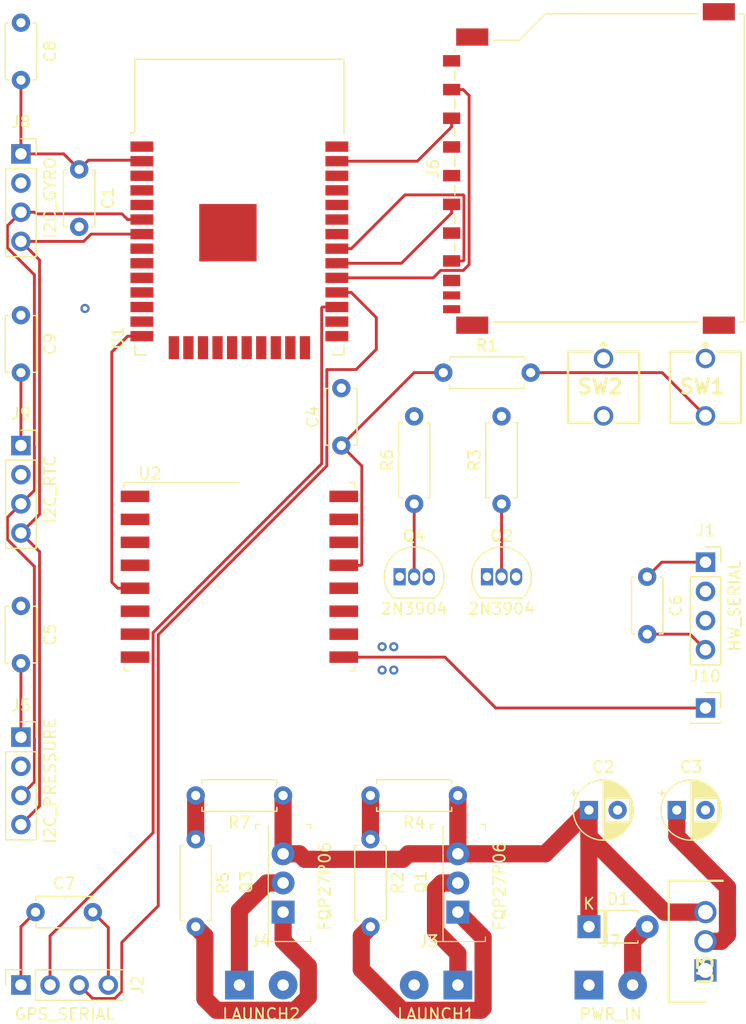
<source format=kicad_pcb>
(kicad_pcb (version 20171130) (host pcbnew "(5.1.5)-3")

  (general
    (thickness 1.6)
    (drawings 0)
    (tracks 157)
    (zones 0)
    (modules 36)
    (nets 31)
  )

  (page A4)
  (layers
    (0 F.Cu signal)
    (31 B.Cu signal)
    (32 B.Adhes user)
    (33 F.Adhes user)
    (34 B.Paste user)
    (35 F.Paste user)
    (36 B.SilkS user)
    (37 F.SilkS user)
    (38 B.Mask user)
    (39 F.Mask user)
    (40 Dwgs.User user)
    (41 Cmts.User user)
    (42 Eco1.User user)
    (43 Eco2.User user)
    (44 Edge.Cuts user)
    (45 Margin user)
    (46 B.CrtYd user)
    (47 F.CrtYd user)
    (48 B.Fab user)
    (49 F.Fab user)
  )

  (setup
    (last_trace_width 0.25)
    (user_trace_width 1)
    (user_trace_width 1.5)
    (user_trace_width 2)
    (user_trace_width 3)
    (trace_clearance 0.2)
    (zone_clearance 0.508)
    (zone_45_only no)
    (trace_min 0.2)
    (via_size 0.8)
    (via_drill 0.4)
    (via_min_size 0.4)
    (via_min_drill 0.3)
    (uvia_size 0.3)
    (uvia_drill 0.1)
    (uvias_allowed no)
    (uvia_min_size 0.2)
    (uvia_min_drill 0.1)
    (edge_width 0.05)
    (segment_width 0.2)
    (pcb_text_width 0.3)
    (pcb_text_size 1.5 1.5)
    (mod_edge_width 0.12)
    (mod_text_size 1 1)
    (mod_text_width 0.15)
    (pad_size 1.524 1.524)
    (pad_drill 0.762)
    (pad_to_mask_clearance 0.051)
    (solder_mask_min_width 0.25)
    (aux_axis_origin 0 0)
    (visible_elements 7FFFFFFF)
    (pcbplotparams
      (layerselection 0x010fc_ffffffff)
      (usegerberextensions false)
      (usegerberattributes false)
      (usegerberadvancedattributes false)
      (creategerberjobfile false)
      (excludeedgelayer true)
      (linewidth 0.100000)
      (plotframeref false)
      (viasonmask false)
      (mode 1)
      (useauxorigin false)
      (hpglpennumber 1)
      (hpglpenspeed 20)
      (hpglpendiameter 15.000000)
      (psnegative false)
      (psa4output false)
      (plotreference true)
      (plotvalue true)
      (plotinvisibletext false)
      (padsonsilk false)
      (subtractmaskfromsilk false)
      (outputformat 1)
      (mirror false)
      (drillshape 1)
      (scaleselection 1)
      (outputdirectory ""))
  )

  (net 0 "")
  (net 1 +3V3)
  (net 2 GND)
  (net 3 +BATT)
  (net 4 "Net-(D1-Pad2)")
  (net 5 HW_TX)
  (net 6 HW_RX)
  (net 7 GPSTX)
  (net 8 GPSRX)
  (net 9 LAUNCH1_OUT)
  (net 10 LAUNCH2_OUT)
  (net 11 CS0)
  (net 12 MOSI)
  (net 13 CLK)
  (net 14 MISO)
  (net 15 "Net-(J10-Pad1)")
  (net 16 "Net-(Q1-Pad1)")
  (net 17 "Net-(Q2-Pad2)")
  (net 18 "Net-(Q2-Pad3)")
  (net 19 "Net-(Q3-Pad1)")
  (net 20 "Net-(Q4-Pad3)")
  (net 21 "Net-(Q4-Pad2)")
  (net 22 "Net-(R1-Pad2)")
  (net 23 LAUNCH1)
  (net 24 LAUNCH2)
  (net 25 "Net-(SW2-Pad2)")
  (net 26 SCL)
  (net 27 SDA)
  (net 28 LORA_DIO0)
  (net 29 CS1)
  (net 30 LORA_RESET)

  (net_class Default "This is the default net class."
    (clearance 0.2)
    (trace_width 0.25)
    (via_dia 0.8)
    (via_drill 0.4)
    (uvia_dia 0.3)
    (uvia_drill 0.1)
    (add_net +3V3)
    (add_net +BATT)
    (add_net CLK)
    (add_net CS0)
    (add_net CS1)
    (add_net GND)
    (add_net GPSRX)
    (add_net GPSTX)
    (add_net HW_RX)
    (add_net HW_TX)
    (add_net LAUNCH1)
    (add_net LAUNCH1_OUT)
    (add_net LAUNCH2)
    (add_net LAUNCH2_OUT)
    (add_net LORA_DIO0)
    (add_net LORA_RESET)
    (add_net MISO)
    (add_net MOSI)
    (add_net "Net-(D1-Pad2)")
    (add_net "Net-(J10-Pad1)")
    (add_net "Net-(J6-Pad10)")
    (add_net "Net-(J6-Pad11)")
    (add_net "Net-(J6-Pad8)")
    (add_net "Net-(J6-Pad9)")
    (add_net "Net-(Q1-Pad1)")
    (add_net "Net-(Q2-Pad2)")
    (add_net "Net-(Q2-Pad3)")
    (add_net "Net-(Q3-Pad1)")
    (add_net "Net-(Q4-Pad2)")
    (add_net "Net-(Q4-Pad3)")
    (add_net "Net-(R1-Pad2)")
    (add_net "Net-(SW2-Pad2)")
    (add_net "Net-(U1-Pad10)")
    (add_net "Net-(U1-Pad11)")
    (add_net "Net-(U1-Pad17)")
    (add_net "Net-(U1-Pad18)")
    (add_net "Net-(U1-Pad19)")
    (add_net "Net-(U1-Pad20)")
    (add_net "Net-(U1-Pad21)")
    (add_net "Net-(U1-Pad22)")
    (add_net "Net-(U1-Pad23)")
    (add_net "Net-(U1-Pad24)")
    (add_net "Net-(U1-Pad26)")
    (add_net "Net-(U1-Pad32)")
    (add_net "Net-(U1-Pad33)")
    (add_net "Net-(U1-Pad36)")
    (add_net "Net-(U1-Pad4)")
    (add_net "Net-(U1-Pad5)")
    (add_net "Net-(U1-Pad9)")
    (add_net "Net-(U2-Pad11)")
    (add_net "Net-(U2-Pad12)")
    (add_net "Net-(U2-Pad15)")
    (add_net "Net-(U2-Pad16)")
    (add_net "Net-(U2-Pad7)")
    (add_net SCL)
    (add_net SDA)
  )

  (module Connector_Card:SD_TE_2041021 (layer F.Cu) (tedit 5A668550) (tstamp 5EA845CD)
    (at 148.59 68.58 90)
    (descr "SD card connector, top mount, SMT (http://www.te.com/commerce/DocumentDelivery/DDEController?Action=showdoc&DocId=Customer+Drawing%7F2041021%7FB%7Fpdf%7FEnglish%7FENG_CD_2041021_B_C_2041021_B.pdf%7F2041021-4)")
    (tags "sd card")
    (path /5E778F11)
    (attr smd)
    (fp_text reference J6 (at 0 -13.6 90) (layer F.SilkS)
      (effects (font (size 1 1) (thickness 0.15)))
    )
    (fp_text value SD_Card (at 0 4 90) (layer F.Fab)
      (effects (font (size 1 1) (thickness 0.15)))
    )
    (fp_text user KEEPOUT (at 0 -3.56 90) (layer Cmts.User)
      (effects (font (size 1 1) (thickness 0.15)))
    )
    (fp_text user %R (at 0 2 90) (layer F.Fab)
      (effects (font (size 1 1) (thickness 0.15)))
    )
    (fp_line (start 10.3 -8.075) (end -10.67 -8.075) (layer Dwgs.User) (width 0.1))
    (fp_line (start 10.3 0.875) (end 10.3 -8.075) (layer Dwgs.User) (width 0.1))
    (fp_line (start -10.67 0.875) (end 10.3 0.875) (layer Dwgs.User) (width 0.1))
    (fp_line (start -10.67 -8.075) (end -10.67 0.875) (layer Dwgs.User) (width 0.1))
    (fp_line (start 11.05 -11.575) (end -13.25 -11.575) (layer F.Fab) (width 0.1))
    (fp_line (start 11.05 -6.015) (end 11.05 -11.575) (layer F.Fab) (width 0.1))
    (fp_line (start 13.35 -3.715) (end 11.05 -6.015) (layer F.Fab) (width 0.1))
    (fp_line (start 13.35 13.425) (end 13.35 -3.715) (layer F.Fab) (width 0.1))
    (fp_line (start -13.25 13.425) (end 13.35 13.425) (layer F.Fab) (width 0.1))
    (fp_line (start -13.25 -11.575) (end -13.25 13.425) (layer F.Fab) (width 0.1))
    (fp_line (start 13.47 13.545) (end 13.47 13.125) (layer F.SilkS) (width 0.12))
    (fp_line (start -13.37 13.545) (end 13.47 13.545) (layer F.SilkS) (width 0.12))
    (fp_line (start -13.37 13.125) (end -13.37 13.545) (layer F.SilkS) (width 0.12))
    (fp_line (start -13.37 -8.375) (end -13.37 9.525) (layer F.SilkS) (width 0.12))
    (fp_line (start 13.47 -3.775) (end 13.47 9.525) (layer F.SilkS) (width 0.12))
    (fp_line (start 11.17 -6.075) (end 13.47 -3.775) (layer F.SilkS) (width 0.12))
    (fp_line (start 11.17 -8.375) (end 11.17 -6.075) (layer F.SilkS) (width 0.12))
    (fp_line (start -7.2 -11.695) (end -6.5 -11.695) (layer F.SilkS) (width 0.12))
    (fp_line (start -14.65 -12.98) (end 14.65 -12.98) (layer F.CrtYd) (width 0.05))
    (fp_line (start -14.65 -12.98) (end -14.65 13.68) (layer F.CrtYd) (width 0.05))
    (fp_line (start 14.65 13.68) (end 14.65 -12.98) (layer F.CrtYd) (width 0.05))
    (fp_line (start 14.65 13.68) (end -14.65 13.68) (layer F.CrtYd) (width 0.05))
    (fp_line (start -4.8 -11.695) (end -4 -11.695) (layer F.SilkS) (width 0.12))
    (fp_line (start -2.3 -11.695) (end -1.5 -11.695) (layer F.SilkS) (width 0.12))
    (fp_line (start 10.2 -11.695) (end 10.4 -11.695) (layer F.SilkS) (width 0.12))
    (fp_line (start 0.2 -11.695) (end 1 -11.695) (layer F.SilkS) (width 0.12))
    (fp_line (start 2.8 -11.695) (end 3.5 -11.695) (layer F.SilkS) (width 0.12))
    (fp_line (start 5.2 -11.695) (end 6 -11.695) (layer F.SilkS) (width 0.12))
    (fp_line (start 7.7 -11.695) (end 8.5 -11.695) (layer F.SilkS) (width 0.12))
    (fp_line (start -1.72 -8.075) (end -10.67 0.875) (layer Dwgs.User) (width 0.1))
    (fp_line (start 0.28 -8.075) (end -8.67 0.875) (layer Dwgs.User) (width 0.1))
    (fp_line (start 2.28 -8.075) (end -6.67 0.875) (layer Dwgs.User) (width 0.1))
    (fp_line (start 4.28 -8.075) (end -4.67 0.875) (layer Dwgs.User) (width 0.1))
    (fp_line (start 6.28 -8.075) (end -2.67 0.875) (layer Dwgs.User) (width 0.1))
    (fp_line (start 8.28 -8.075) (end -0.67 0.875) (layer Dwgs.User) (width 0.1))
    (fp_line (start 10.28 -8.075) (end 1.33 0.875) (layer Dwgs.User) (width 0.1))
    (fp_line (start -3.72 -8.075) (end -10.67 -1.125) (layer Dwgs.User) (width 0.1))
    (fp_line (start -5.72 -8.075) (end -10.67 -3.125) (layer Dwgs.User) (width 0.1))
    (fp_line (start -7.72 -8.075) (end -10.67 -5.125) (layer Dwgs.User) (width 0.1))
    (fp_line (start -9.72 -8.075) (end -10.67 -7.125) (layer Dwgs.User) (width 0.1))
    (fp_line (start 10.3 -6.095) (end 3.33 0.875) (layer Dwgs.User) (width 0.1))
    (fp_line (start 10.3 -4.095) (end 5.33 0.875) (layer Dwgs.User) (width 0.1))
    (fp_line (start 10.3 -2.095) (end 7.33 0.875) (layer Dwgs.User) (width 0.1))
    (fp_line (start 10.3 -0.095) (end 9.33 0.875) (layer Dwgs.User) (width 0.1))
    (pad 1 smd rect (at 6.875 -11.975 90) (size 1 1.5) (layers F.Cu F.Paste F.Mask)
      (net 11 CS0))
    (pad 2 smd rect (at 4.375 -11.975 90) (size 1 1.5) (layers F.Cu F.Paste F.Mask)
      (net 12 MOSI))
    (pad 3 smd rect (at 1.875 -11.975 90) (size 1 1.5) (layers F.Cu F.Paste F.Mask)
      (net 2 GND))
    (pad 4 smd rect (at -0.625 -11.975 90) (size 1 1.5) (layers F.Cu F.Paste F.Mask)
      (net 1 +3V3))
    (pad 5 smd rect (at -3.125 -11.975 90) (size 1 1.5) (layers F.Cu F.Paste F.Mask)
      (net 13 CLK))
    (pad 6 smd rect (at -5.625 -11.975 90) (size 1 1.5) (layers F.Cu F.Paste F.Mask)
      (net 2 GND))
    (pad 7 smd rect (at -8.055 -11.975 90) (size 1 1.5) (layers F.Cu F.Paste F.Mask)
      (net 14 MISO))
    (pad 8 smd rect (at -9.755 -11.975 90) (size 1 1.5) (layers F.Cu F.Paste F.Mask))
    (pad 9 smd rect (at 9.375 -11.975 90) (size 1 1.5) (layers F.Cu F.Paste F.Mask))
    (pad 10 smd rect (at -11.055 -11.975 90) (size 0.7 1.5) (layers F.Cu F.Paste F.Mask))
    (pad 11 smd rect (at -12.255 -11.975 90) (size 0.7 1.5) (layers F.Cu F.Paste F.Mask))
    (pad "" np_thru_hole circle (at 9.5 -9.175 90) (size 1.6 1.6) (drill 1.6) (layers *.Cu *.Mask))
    (pad "" np_thru_hole circle (at -11.5 -9.175 90) (size 1.1 1.1) (drill 1.1) (layers *.Cu *.Mask))
    (pad 12 smd rect (at 11.45 -10.175 90) (size 1.5 2.8) (layers F.Cu F.Paste F.Mask)
      (net 2 GND))
    (pad 12 smd rect (at 13.65 11.325 90) (size 1.5 2.8) (layers F.Cu F.Paste F.Mask)
      (net 2 GND))
    (pad 12 smd rect (at -13.65 11.325 90) (size 1.5 2.8) (layers F.Cu F.Paste F.Mask)
      (net 2 GND))
    (pad 12 smd rect (at -13.65 -10.175 90) (size 1.5 2.8) (layers F.Cu F.Paste F.Mask)
      (net 2 GND))
    (model ${KISYS3DMOD}/Connector_Card.3dshapes/SD_TE_2041021.wrl
      (at (xyz 0 0 0))
      (scale (xyz 1 1 1))
      (rotate (xyz 0 0 0))
    )
  )

  (module RF_Module:HOPERF_RFM69HW (layer F.Cu) (tedit 5A030172) (tstamp 5EA847D2)
    (at 118.11 104.14)
    (descr "Radio, RF, Module, http://www.hoperf.com/upload/rf/RFM69HW-V1.3.pdf")
    (tags "Radio RF Module")
    (path /5E7B4CA1)
    (attr smd)
    (fp_text reference U2 (at -7.8 -9) (layer F.SilkS)
      (effects (font (size 1 1) (thickness 0.15)))
    )
    (fp_text value RFM98W-433S2 (at 0 2.5) (layer F.Fab)
      (effects (font (size 1 1) (thickness 0.15)))
    )
    (fp_line (start -10.6 -8.25) (end 10.6 -8.25) (layer F.CrtYd) (width 0.05))
    (fp_line (start 10.6 -8.25) (end 10.6 8.25) (layer F.CrtYd) (width 0.05))
    (fp_line (start 10.6 8.25) (end -10.6 8.25) (layer F.CrtYd) (width 0.05))
    (fp_line (start -10.6 8.25) (end -10.6 -8.25) (layer F.CrtYd) (width 0.05))
    (fp_circle (center -7 -7) (end -7.5 -7) (layer F.Fab) (width 0.1))
    (fp_line (start -10.05 -8.2) (end -0.05 -8.2) (layer F.SilkS) (width 0.1))
    (fp_text user %R (at 0 0) (layer F.Fab)
      (effects (font (size 1 1) (thickness 0.15)))
    )
    (fp_line (start -10.05 8.2) (end -9.55 8.2) (layer F.SilkS) (width 0.1))
    (fp_line (start -10.05 7.8) (end -10.05 8.2) (layer F.SilkS) (width 0.1))
    (fp_line (start 9.55 8.2) (end 10.05 8.2) (layer F.SilkS) (width 0.1))
    (fp_line (start 10.05 7.8) (end 10.05 8.2) (layer F.SilkS) (width 0.1))
    (fp_line (start 9.55 -8.2) (end 10.05 -8.2) (layer F.SilkS) (width 0.1))
    (fp_line (start 10.05 -8.2) (end 10.05 -7.8) (layer F.SilkS) (width 0.1))
    (fp_line (start -10.05 -8.2) (end -10.05 -7.8) (layer F.SilkS) (width 0.1))
    (fp_line (start -9.85 -8) (end 9.85 -8) (layer F.Fab) (width 0.1))
    (fp_line (start 9.85 -8) (end 9.85 8) (layer F.Fab) (width 0.1))
    (fp_line (start 9.85 8) (end -9.85 8) (layer F.Fab) (width 0.1))
    (fp_line (start -9.85 8) (end -9.85 -8) (layer F.Fab) (width 0.1))
    (pad 16 smd rect (at 9.1 -7) (size 2.5 1) (layers F.Cu F.Paste F.Mask))
    (pad 15 smd rect (at 9.1 -5) (size 2.5 1) (layers F.Cu F.Paste F.Mask))
    (pad 14 smd rect (at 9.1 -3) (size 2.5 1) (layers F.Cu F.Paste F.Mask)
      (net 28 LORA_DIO0))
    (pad 13 smd rect (at 9.1 -1) (size 2.5 1) (layers F.Cu F.Paste F.Mask)
      (net 1 +3V3))
    (pad 12 smd rect (at 9.1 1) (size 2.5 1) (layers F.Cu F.Paste F.Mask))
    (pad 11 smd rect (at 9.1 3) (size 2.5 1) (layers F.Cu F.Paste F.Mask))
    (pad 10 smd rect (at 9.1 5) (size 2.5 1) (layers F.Cu F.Paste F.Mask)
      (net 2 GND))
    (pad 9 smd rect (at 9.1 7) (size 2.5 1) (layers F.Cu F.Paste F.Mask)
      (net 15 "Net-(J10-Pad1)"))
    (pad 8 smd rect (at -9.1 7) (size 2.5 1) (layers F.Cu F.Paste F.Mask)
      (net 2 GND))
    (pad 7 smd rect (at -9.1 5) (size 2.5 1) (layers F.Cu F.Paste F.Mask))
    (pad 6 smd rect (at -9.1 3) (size 2.5 1) (layers F.Cu F.Paste F.Mask)
      (net 30 LORA_RESET))
    (pad 5 smd rect (at -9.1 1) (size 2.5 1) (layers F.Cu F.Paste F.Mask)
      (net 29 CS1))
    (pad 4 smd rect (at -9.1 -1) (size 2.5 1) (layers F.Cu F.Paste F.Mask)
      (net 13 CLK))
    (pad 3 smd rect (at -9.1 -3) (size 2.5 1) (layers F.Cu F.Paste F.Mask)
      (net 12 MOSI))
    (pad 2 smd rect (at -9.1 -5) (size 2.5 1) (layers F.Cu F.Paste F.Mask)
      (net 14 MISO))
    (pad 1 smd rect (at -9.1 -7) (size 2.5 1) (layers F.Cu F.Paste F.Mask)
      (net 2 GND))
    (model ${KISYS3DMOD}/RF_Module.3dshapes/HOPERF_RFM69HW.wrl
      (at (xyz 0 0 0))
      (scale (xyz 1 1 1))
      (rotate (xyz 0 0 0))
    )
  )

  (module Connector_Wire:SolderWirePad_1x02_P3.81mm_Drill1mm (layer F.Cu) (tedit 5AEE5F04) (tstamp 5EA84572)
    (at 118.11 139.7)
    (descr "Wire solder connection")
    (tags connector)
    (path /5E6A3FE5)
    (attr virtual)
    (fp_text reference J4 (at 1.905 -3.81) (layer F.SilkS)
      (effects (font (size 1 1) (thickness 0.15)))
    )
    (fp_text value LAUNCH2 (at 1.905 2.54) (layer F.SilkS)
      (effects (font (size 1 1) (thickness 0.15)))
    )
    (fp_line (start 5.56 1.75) (end -1.74 1.75) (layer F.CrtYd) (width 0.05))
    (fp_line (start 5.56 1.75) (end 5.56 -1.75) (layer F.CrtYd) (width 0.05))
    (fp_line (start -1.74 -1.75) (end -1.74 1.75) (layer F.CrtYd) (width 0.05))
    (fp_line (start -1.74 -1.75) (end 5.56 -1.75) (layer F.CrtYd) (width 0.05))
    (fp_text user %R (at 1.905 0) (layer F.Fab)
      (effects (font (size 1 1) (thickness 0.15)))
    )
    (pad 2 thru_hole circle (at 3.81 0) (size 2.49936 2.49936) (drill 1.00076) (layers *.Cu *.Mask)
      (net 2 GND))
    (pad 1 thru_hole rect (at 0 0) (size 2.49936 2.49936) (drill 1.00076) (layers *.Cu *.Mask)
      (net 10 LAUNCH2_OUT))
  )

  (module Connector_Wire:SolderWirePad_1x02_P3.81mm_Drill1mm (layer F.Cu) (tedit 5AEE5F04) (tstamp 5EA8455C)
    (at 137.16 139.7 180)
    (descr "Wire solder connection")
    (tags connector)
    (path /5E6A3872)
    (attr virtual)
    (fp_text reference J3 (at 2.54 3.81) (layer F.SilkS)
      (effects (font (size 1 1) (thickness 0.15)))
    )
    (fp_text value LAUNCH1 (at 1.905 -2.54) (layer F.SilkS)
      (effects (font (size 1 1) (thickness 0.15)))
    )
    (fp_line (start 5.56 1.75) (end -1.74 1.75) (layer F.CrtYd) (width 0.05))
    (fp_line (start 5.56 1.75) (end 5.56 -1.75) (layer F.CrtYd) (width 0.05))
    (fp_line (start -1.74 -1.75) (end -1.74 1.75) (layer F.CrtYd) (width 0.05))
    (fp_line (start -1.74 -1.75) (end 5.56 -1.75) (layer F.CrtYd) (width 0.05))
    (fp_text user %R (at 1.905 0) (layer F.Fab)
      (effects (font (size 1 1) (thickness 0.15)))
    )
    (pad 2 thru_hole circle (at 3.81 0 180) (size 2.49936 2.49936) (drill 1.00076) (layers *.Cu *.Mask)
      (net 2 GND))
    (pad 1 thru_hole rect (at 0 0 180) (size 2.49936 2.49936) (drill 1.00076) (layers *.Cu *.Mask)
      (net 9 LAUNCH1_OUT))
  )

  (module Connector_PinSocket_2.54mm:PinSocket_1x01_P2.54mm_Vertical (layer F.Cu) (tedit 5A19A434) (tstamp 5EA84620)
    (at 158.75 115.57)
    (descr "Through hole straight socket strip, 1x01, 2.54mm pitch, single row (from Kicad 4.0.7), script generated")
    (tags "Through hole socket strip THT 1x01 2.54mm single row")
    (path /5EA798BC)
    (fp_text reference J10 (at 0 -2.77) (layer F.SilkS)
      (effects (font (size 1 1) (thickness 0.15)))
    )
    (fp_text value ANT (at 0 2.77) (layer F.Fab)
      (effects (font (size 1 1) (thickness 0.15)))
    )
    (fp_text user %R (at 0 0) (layer F.Fab)
      (effects (font (size 1 1) (thickness 0.15)))
    )
    (fp_line (start -1.8 1.75) (end -1.8 -1.8) (layer F.CrtYd) (width 0.05))
    (fp_line (start 1.75 1.75) (end -1.8 1.75) (layer F.CrtYd) (width 0.05))
    (fp_line (start 1.75 -1.8) (end 1.75 1.75) (layer F.CrtYd) (width 0.05))
    (fp_line (start -1.8 -1.8) (end 1.75 -1.8) (layer F.CrtYd) (width 0.05))
    (fp_line (start 0 -1.33) (end 1.33 -1.33) (layer F.SilkS) (width 0.12))
    (fp_line (start 1.33 -1.33) (end 1.33 0) (layer F.SilkS) (width 0.12))
    (fp_line (start 1.33 1.21) (end 1.33 1.33) (layer F.SilkS) (width 0.12))
    (fp_line (start -1.33 1.21) (end -1.33 1.33) (layer F.SilkS) (width 0.12))
    (fp_line (start -1.33 1.33) (end 1.33 1.33) (layer F.SilkS) (width 0.12))
    (fp_line (start -1.27 1.27) (end -1.27 -1.27) (layer F.Fab) (width 0.1))
    (fp_line (start 1.27 1.27) (end -1.27 1.27) (layer F.Fab) (width 0.1))
    (fp_line (start 1.27 -0.635) (end 1.27 1.27) (layer F.Fab) (width 0.1))
    (fp_line (start 0.635 -1.27) (end 1.27 -0.635) (layer F.Fab) (width 0.1))
    (fp_line (start -1.27 -1.27) (end 0.635 -1.27) (layer F.Fab) (width 0.1))
    (pad 1 thru_hole rect (at 0 0) (size 1.7 1.7) (drill 1) (layers *.Cu *.Mask)
      (net 15 "Net-(J10-Pad1)"))
    (model ${KISYS3DMOD}/Connector_PinSocket_2.54mm.3dshapes/PinSocket_1x01_P2.54mm_Vertical.wrl
      (at (xyz 0 0 0))
      (scale (xyz 1 1 1))
      (rotate (xyz 0 0 0))
    )
  )

  (module Capacitor_THT:C_Disc_D4.7mm_W2.5mm_P5.00mm (layer F.Cu) (tedit 5AE50EF0) (tstamp 5EA84371)
    (at 104.14 68.66 270)
    (descr "C, Disc series, Radial, pin pitch=5.00mm, , diameter*width=4.7*2.5mm^2, Capacitor, http://www.vishay.com/docs/45233/krseries.pdf")
    (tags "C Disc series Radial pin pitch 5.00mm  diameter 4.7mm width 2.5mm Capacitor")
    (path /5E87911A)
    (fp_text reference C1 (at 2.5 -2.5 90) (layer F.SilkS)
      (effects (font (size 1 1) (thickness 0.15)))
    )
    (fp_text value 100nF (at 6.27 -2.54 90) (layer F.Fab)
      (effects (font (size 1 1) (thickness 0.15)))
    )
    (fp_line (start 0.15 -1.25) (end 0.15 1.25) (layer F.Fab) (width 0.1))
    (fp_line (start 0.15 1.25) (end 4.85 1.25) (layer F.Fab) (width 0.1))
    (fp_line (start 4.85 1.25) (end 4.85 -1.25) (layer F.Fab) (width 0.1))
    (fp_line (start 4.85 -1.25) (end 0.15 -1.25) (layer F.Fab) (width 0.1))
    (fp_line (start 0.03 -1.37) (end 4.97 -1.37) (layer F.SilkS) (width 0.12))
    (fp_line (start 0.03 1.37) (end 4.97 1.37) (layer F.SilkS) (width 0.12))
    (fp_line (start 0.03 -1.37) (end 0.03 -1.055) (layer F.SilkS) (width 0.12))
    (fp_line (start 0.03 1.055) (end 0.03 1.37) (layer F.SilkS) (width 0.12))
    (fp_line (start 4.97 -1.37) (end 4.97 -1.055) (layer F.SilkS) (width 0.12))
    (fp_line (start 4.97 1.055) (end 4.97 1.37) (layer F.SilkS) (width 0.12))
    (fp_line (start -1.05 -1.5) (end -1.05 1.5) (layer F.CrtYd) (width 0.05))
    (fp_line (start -1.05 1.5) (end 6.05 1.5) (layer F.CrtYd) (width 0.05))
    (fp_line (start 6.05 1.5) (end 6.05 -1.5) (layer F.CrtYd) (width 0.05))
    (fp_line (start 6.05 -1.5) (end -1.05 -1.5) (layer F.CrtYd) (width 0.05))
    (fp_text user %R (at 2.5 0 90) (layer F.Fab)
      (effects (font (size 0.94 0.94) (thickness 0.141)))
    )
    (pad 1 thru_hole circle (at 0 0 270) (size 1.6 1.6) (drill 0.8) (layers *.Cu *.Mask)
      (net 1 +3V3))
    (pad 2 thru_hole circle (at 5 0 270) (size 1.6 1.6) (drill 0.8) (layers *.Cu *.Mask)
      (net 2 GND))
    (model ${KISYS3DMOD}/Capacitor_THT.3dshapes/C_Disc_D4.7mm_W2.5mm_P5.00mm.wrl
      (at (xyz 0 0 0))
      (scale (xyz 1 1 1))
      (rotate (xyz 0 0 0))
    )
  )

  (module Capacitor_THT:CP_Radial_D5.0mm_P2.50mm (layer F.Cu) (tedit 5AE50EF0) (tstamp 5EA843F5)
    (at 148.59 124.46)
    (descr "CP, Radial series, Radial, pin pitch=2.50mm, , diameter=5mm, Electrolytic Capacitor")
    (tags "CP Radial series Radial pin pitch 2.50mm  diameter 5mm Electrolytic Capacitor")
    (path /5E832493)
    (fp_text reference C2 (at 1.25 -3.75) (layer F.SilkS)
      (effects (font (size 1 1) (thickness 0.15)))
    )
    (fp_text value 10uF (at 1.25 2.54) (layer F.Fab)
      (effects (font (size 1 1) (thickness 0.15)))
    )
    (fp_text user %R (at 1.25 0) (layer F.Fab)
      (effects (font (size 1 1) (thickness 0.15)))
    )
    (fp_line (start -1.304775 -1.725) (end -1.304775 -1.225) (layer F.SilkS) (width 0.12))
    (fp_line (start -1.554775 -1.475) (end -1.054775 -1.475) (layer F.SilkS) (width 0.12))
    (fp_line (start 3.851 -0.284) (end 3.851 0.284) (layer F.SilkS) (width 0.12))
    (fp_line (start 3.811 -0.518) (end 3.811 0.518) (layer F.SilkS) (width 0.12))
    (fp_line (start 3.771 -0.677) (end 3.771 0.677) (layer F.SilkS) (width 0.12))
    (fp_line (start 3.731 -0.805) (end 3.731 0.805) (layer F.SilkS) (width 0.12))
    (fp_line (start 3.691 -0.915) (end 3.691 0.915) (layer F.SilkS) (width 0.12))
    (fp_line (start 3.651 -1.011) (end 3.651 1.011) (layer F.SilkS) (width 0.12))
    (fp_line (start 3.611 -1.098) (end 3.611 1.098) (layer F.SilkS) (width 0.12))
    (fp_line (start 3.571 -1.178) (end 3.571 1.178) (layer F.SilkS) (width 0.12))
    (fp_line (start 3.531 1.04) (end 3.531 1.251) (layer F.SilkS) (width 0.12))
    (fp_line (start 3.531 -1.251) (end 3.531 -1.04) (layer F.SilkS) (width 0.12))
    (fp_line (start 3.491 1.04) (end 3.491 1.319) (layer F.SilkS) (width 0.12))
    (fp_line (start 3.491 -1.319) (end 3.491 -1.04) (layer F.SilkS) (width 0.12))
    (fp_line (start 3.451 1.04) (end 3.451 1.383) (layer F.SilkS) (width 0.12))
    (fp_line (start 3.451 -1.383) (end 3.451 -1.04) (layer F.SilkS) (width 0.12))
    (fp_line (start 3.411 1.04) (end 3.411 1.443) (layer F.SilkS) (width 0.12))
    (fp_line (start 3.411 -1.443) (end 3.411 -1.04) (layer F.SilkS) (width 0.12))
    (fp_line (start 3.371 1.04) (end 3.371 1.5) (layer F.SilkS) (width 0.12))
    (fp_line (start 3.371 -1.5) (end 3.371 -1.04) (layer F.SilkS) (width 0.12))
    (fp_line (start 3.331 1.04) (end 3.331 1.554) (layer F.SilkS) (width 0.12))
    (fp_line (start 3.331 -1.554) (end 3.331 -1.04) (layer F.SilkS) (width 0.12))
    (fp_line (start 3.291 1.04) (end 3.291 1.605) (layer F.SilkS) (width 0.12))
    (fp_line (start 3.291 -1.605) (end 3.291 -1.04) (layer F.SilkS) (width 0.12))
    (fp_line (start 3.251 1.04) (end 3.251 1.653) (layer F.SilkS) (width 0.12))
    (fp_line (start 3.251 -1.653) (end 3.251 -1.04) (layer F.SilkS) (width 0.12))
    (fp_line (start 3.211 1.04) (end 3.211 1.699) (layer F.SilkS) (width 0.12))
    (fp_line (start 3.211 -1.699) (end 3.211 -1.04) (layer F.SilkS) (width 0.12))
    (fp_line (start 3.171 1.04) (end 3.171 1.743) (layer F.SilkS) (width 0.12))
    (fp_line (start 3.171 -1.743) (end 3.171 -1.04) (layer F.SilkS) (width 0.12))
    (fp_line (start 3.131 1.04) (end 3.131 1.785) (layer F.SilkS) (width 0.12))
    (fp_line (start 3.131 -1.785) (end 3.131 -1.04) (layer F.SilkS) (width 0.12))
    (fp_line (start 3.091 1.04) (end 3.091 1.826) (layer F.SilkS) (width 0.12))
    (fp_line (start 3.091 -1.826) (end 3.091 -1.04) (layer F.SilkS) (width 0.12))
    (fp_line (start 3.051 1.04) (end 3.051 1.864) (layer F.SilkS) (width 0.12))
    (fp_line (start 3.051 -1.864) (end 3.051 -1.04) (layer F.SilkS) (width 0.12))
    (fp_line (start 3.011 1.04) (end 3.011 1.901) (layer F.SilkS) (width 0.12))
    (fp_line (start 3.011 -1.901) (end 3.011 -1.04) (layer F.SilkS) (width 0.12))
    (fp_line (start 2.971 1.04) (end 2.971 1.937) (layer F.SilkS) (width 0.12))
    (fp_line (start 2.971 -1.937) (end 2.971 -1.04) (layer F.SilkS) (width 0.12))
    (fp_line (start 2.931 1.04) (end 2.931 1.971) (layer F.SilkS) (width 0.12))
    (fp_line (start 2.931 -1.971) (end 2.931 -1.04) (layer F.SilkS) (width 0.12))
    (fp_line (start 2.891 1.04) (end 2.891 2.004) (layer F.SilkS) (width 0.12))
    (fp_line (start 2.891 -2.004) (end 2.891 -1.04) (layer F.SilkS) (width 0.12))
    (fp_line (start 2.851 1.04) (end 2.851 2.035) (layer F.SilkS) (width 0.12))
    (fp_line (start 2.851 -2.035) (end 2.851 -1.04) (layer F.SilkS) (width 0.12))
    (fp_line (start 2.811 1.04) (end 2.811 2.065) (layer F.SilkS) (width 0.12))
    (fp_line (start 2.811 -2.065) (end 2.811 -1.04) (layer F.SilkS) (width 0.12))
    (fp_line (start 2.771 1.04) (end 2.771 2.095) (layer F.SilkS) (width 0.12))
    (fp_line (start 2.771 -2.095) (end 2.771 -1.04) (layer F.SilkS) (width 0.12))
    (fp_line (start 2.731 1.04) (end 2.731 2.122) (layer F.SilkS) (width 0.12))
    (fp_line (start 2.731 -2.122) (end 2.731 -1.04) (layer F.SilkS) (width 0.12))
    (fp_line (start 2.691 1.04) (end 2.691 2.149) (layer F.SilkS) (width 0.12))
    (fp_line (start 2.691 -2.149) (end 2.691 -1.04) (layer F.SilkS) (width 0.12))
    (fp_line (start 2.651 1.04) (end 2.651 2.175) (layer F.SilkS) (width 0.12))
    (fp_line (start 2.651 -2.175) (end 2.651 -1.04) (layer F.SilkS) (width 0.12))
    (fp_line (start 2.611 1.04) (end 2.611 2.2) (layer F.SilkS) (width 0.12))
    (fp_line (start 2.611 -2.2) (end 2.611 -1.04) (layer F.SilkS) (width 0.12))
    (fp_line (start 2.571 1.04) (end 2.571 2.224) (layer F.SilkS) (width 0.12))
    (fp_line (start 2.571 -2.224) (end 2.571 -1.04) (layer F.SilkS) (width 0.12))
    (fp_line (start 2.531 1.04) (end 2.531 2.247) (layer F.SilkS) (width 0.12))
    (fp_line (start 2.531 -2.247) (end 2.531 -1.04) (layer F.SilkS) (width 0.12))
    (fp_line (start 2.491 1.04) (end 2.491 2.268) (layer F.SilkS) (width 0.12))
    (fp_line (start 2.491 -2.268) (end 2.491 -1.04) (layer F.SilkS) (width 0.12))
    (fp_line (start 2.451 1.04) (end 2.451 2.29) (layer F.SilkS) (width 0.12))
    (fp_line (start 2.451 -2.29) (end 2.451 -1.04) (layer F.SilkS) (width 0.12))
    (fp_line (start 2.411 1.04) (end 2.411 2.31) (layer F.SilkS) (width 0.12))
    (fp_line (start 2.411 -2.31) (end 2.411 -1.04) (layer F.SilkS) (width 0.12))
    (fp_line (start 2.371 1.04) (end 2.371 2.329) (layer F.SilkS) (width 0.12))
    (fp_line (start 2.371 -2.329) (end 2.371 -1.04) (layer F.SilkS) (width 0.12))
    (fp_line (start 2.331 1.04) (end 2.331 2.348) (layer F.SilkS) (width 0.12))
    (fp_line (start 2.331 -2.348) (end 2.331 -1.04) (layer F.SilkS) (width 0.12))
    (fp_line (start 2.291 1.04) (end 2.291 2.365) (layer F.SilkS) (width 0.12))
    (fp_line (start 2.291 -2.365) (end 2.291 -1.04) (layer F.SilkS) (width 0.12))
    (fp_line (start 2.251 1.04) (end 2.251 2.382) (layer F.SilkS) (width 0.12))
    (fp_line (start 2.251 -2.382) (end 2.251 -1.04) (layer F.SilkS) (width 0.12))
    (fp_line (start 2.211 1.04) (end 2.211 2.398) (layer F.SilkS) (width 0.12))
    (fp_line (start 2.211 -2.398) (end 2.211 -1.04) (layer F.SilkS) (width 0.12))
    (fp_line (start 2.171 1.04) (end 2.171 2.414) (layer F.SilkS) (width 0.12))
    (fp_line (start 2.171 -2.414) (end 2.171 -1.04) (layer F.SilkS) (width 0.12))
    (fp_line (start 2.131 1.04) (end 2.131 2.428) (layer F.SilkS) (width 0.12))
    (fp_line (start 2.131 -2.428) (end 2.131 -1.04) (layer F.SilkS) (width 0.12))
    (fp_line (start 2.091 1.04) (end 2.091 2.442) (layer F.SilkS) (width 0.12))
    (fp_line (start 2.091 -2.442) (end 2.091 -1.04) (layer F.SilkS) (width 0.12))
    (fp_line (start 2.051 1.04) (end 2.051 2.455) (layer F.SilkS) (width 0.12))
    (fp_line (start 2.051 -2.455) (end 2.051 -1.04) (layer F.SilkS) (width 0.12))
    (fp_line (start 2.011 1.04) (end 2.011 2.468) (layer F.SilkS) (width 0.12))
    (fp_line (start 2.011 -2.468) (end 2.011 -1.04) (layer F.SilkS) (width 0.12))
    (fp_line (start 1.971 1.04) (end 1.971 2.48) (layer F.SilkS) (width 0.12))
    (fp_line (start 1.971 -2.48) (end 1.971 -1.04) (layer F.SilkS) (width 0.12))
    (fp_line (start 1.93 1.04) (end 1.93 2.491) (layer F.SilkS) (width 0.12))
    (fp_line (start 1.93 -2.491) (end 1.93 -1.04) (layer F.SilkS) (width 0.12))
    (fp_line (start 1.89 1.04) (end 1.89 2.501) (layer F.SilkS) (width 0.12))
    (fp_line (start 1.89 -2.501) (end 1.89 -1.04) (layer F.SilkS) (width 0.12))
    (fp_line (start 1.85 1.04) (end 1.85 2.511) (layer F.SilkS) (width 0.12))
    (fp_line (start 1.85 -2.511) (end 1.85 -1.04) (layer F.SilkS) (width 0.12))
    (fp_line (start 1.81 1.04) (end 1.81 2.52) (layer F.SilkS) (width 0.12))
    (fp_line (start 1.81 -2.52) (end 1.81 -1.04) (layer F.SilkS) (width 0.12))
    (fp_line (start 1.77 1.04) (end 1.77 2.528) (layer F.SilkS) (width 0.12))
    (fp_line (start 1.77 -2.528) (end 1.77 -1.04) (layer F.SilkS) (width 0.12))
    (fp_line (start 1.73 1.04) (end 1.73 2.536) (layer F.SilkS) (width 0.12))
    (fp_line (start 1.73 -2.536) (end 1.73 -1.04) (layer F.SilkS) (width 0.12))
    (fp_line (start 1.69 1.04) (end 1.69 2.543) (layer F.SilkS) (width 0.12))
    (fp_line (start 1.69 -2.543) (end 1.69 -1.04) (layer F.SilkS) (width 0.12))
    (fp_line (start 1.65 1.04) (end 1.65 2.55) (layer F.SilkS) (width 0.12))
    (fp_line (start 1.65 -2.55) (end 1.65 -1.04) (layer F.SilkS) (width 0.12))
    (fp_line (start 1.61 1.04) (end 1.61 2.556) (layer F.SilkS) (width 0.12))
    (fp_line (start 1.61 -2.556) (end 1.61 -1.04) (layer F.SilkS) (width 0.12))
    (fp_line (start 1.57 1.04) (end 1.57 2.561) (layer F.SilkS) (width 0.12))
    (fp_line (start 1.57 -2.561) (end 1.57 -1.04) (layer F.SilkS) (width 0.12))
    (fp_line (start 1.53 1.04) (end 1.53 2.565) (layer F.SilkS) (width 0.12))
    (fp_line (start 1.53 -2.565) (end 1.53 -1.04) (layer F.SilkS) (width 0.12))
    (fp_line (start 1.49 1.04) (end 1.49 2.569) (layer F.SilkS) (width 0.12))
    (fp_line (start 1.49 -2.569) (end 1.49 -1.04) (layer F.SilkS) (width 0.12))
    (fp_line (start 1.45 -2.573) (end 1.45 2.573) (layer F.SilkS) (width 0.12))
    (fp_line (start 1.41 -2.576) (end 1.41 2.576) (layer F.SilkS) (width 0.12))
    (fp_line (start 1.37 -2.578) (end 1.37 2.578) (layer F.SilkS) (width 0.12))
    (fp_line (start 1.33 -2.579) (end 1.33 2.579) (layer F.SilkS) (width 0.12))
    (fp_line (start 1.29 -2.58) (end 1.29 2.58) (layer F.SilkS) (width 0.12))
    (fp_line (start 1.25 -2.58) (end 1.25 2.58) (layer F.SilkS) (width 0.12))
    (fp_line (start -0.633605 -1.3375) (end -0.633605 -0.8375) (layer F.Fab) (width 0.1))
    (fp_line (start -0.883605 -1.0875) (end -0.383605 -1.0875) (layer F.Fab) (width 0.1))
    (fp_circle (center 1.25 0) (end 4 0) (layer F.CrtYd) (width 0.05))
    (fp_circle (center 1.25 0) (end 3.87 0) (layer F.SilkS) (width 0.12))
    (fp_circle (center 1.25 0) (end 3.75 0) (layer F.Fab) (width 0.1))
    (pad 2 thru_hole circle (at 2.5 0) (size 1.6 1.6) (drill 0.8) (layers *.Cu *.Mask)
      (net 2 GND))
    (pad 1 thru_hole rect (at 0 0) (size 1.6 1.6) (drill 0.8) (layers *.Cu *.Mask)
      (net 3 +BATT))
    (model ${KISYS3DMOD}/Capacitor_THT.3dshapes/CP_Radial_D5.0mm_P2.50mm.wrl
      (at (xyz 0 0 0))
      (scale (xyz 1 1 1))
      (rotate (xyz 0 0 0))
    )
  )

  (module Capacitor_THT:CP_Radial_D5.0mm_P2.50mm (layer F.Cu) (tedit 5AE50EF0) (tstamp 5EA84479)
    (at 156.25 124.46)
    (descr "CP, Radial series, Radial, pin pitch=2.50mm, , diameter=5mm, Electrolytic Capacitor")
    (tags "CP Radial series Radial pin pitch 2.50mm  diameter 5mm Electrolytic Capacitor")
    (path /5E8139C9)
    (fp_text reference C3 (at 1.25 -3.75) (layer F.SilkS)
      (effects (font (size 1 1) (thickness 0.15)))
    )
    (fp_text value 10uF (at 1.27 2.54) (layer F.Fab)
      (effects (font (size 1 1) (thickness 0.15)))
    )
    (fp_circle (center 1.25 0) (end 3.75 0) (layer F.Fab) (width 0.1))
    (fp_circle (center 1.25 0) (end 3.87 0) (layer F.SilkS) (width 0.12))
    (fp_circle (center 1.25 0) (end 4 0) (layer F.CrtYd) (width 0.05))
    (fp_line (start -0.883605 -1.0875) (end -0.383605 -1.0875) (layer F.Fab) (width 0.1))
    (fp_line (start -0.633605 -1.3375) (end -0.633605 -0.8375) (layer F.Fab) (width 0.1))
    (fp_line (start 1.25 -2.58) (end 1.25 2.58) (layer F.SilkS) (width 0.12))
    (fp_line (start 1.29 -2.58) (end 1.29 2.58) (layer F.SilkS) (width 0.12))
    (fp_line (start 1.33 -2.579) (end 1.33 2.579) (layer F.SilkS) (width 0.12))
    (fp_line (start 1.37 -2.578) (end 1.37 2.578) (layer F.SilkS) (width 0.12))
    (fp_line (start 1.41 -2.576) (end 1.41 2.576) (layer F.SilkS) (width 0.12))
    (fp_line (start 1.45 -2.573) (end 1.45 2.573) (layer F.SilkS) (width 0.12))
    (fp_line (start 1.49 -2.569) (end 1.49 -1.04) (layer F.SilkS) (width 0.12))
    (fp_line (start 1.49 1.04) (end 1.49 2.569) (layer F.SilkS) (width 0.12))
    (fp_line (start 1.53 -2.565) (end 1.53 -1.04) (layer F.SilkS) (width 0.12))
    (fp_line (start 1.53 1.04) (end 1.53 2.565) (layer F.SilkS) (width 0.12))
    (fp_line (start 1.57 -2.561) (end 1.57 -1.04) (layer F.SilkS) (width 0.12))
    (fp_line (start 1.57 1.04) (end 1.57 2.561) (layer F.SilkS) (width 0.12))
    (fp_line (start 1.61 -2.556) (end 1.61 -1.04) (layer F.SilkS) (width 0.12))
    (fp_line (start 1.61 1.04) (end 1.61 2.556) (layer F.SilkS) (width 0.12))
    (fp_line (start 1.65 -2.55) (end 1.65 -1.04) (layer F.SilkS) (width 0.12))
    (fp_line (start 1.65 1.04) (end 1.65 2.55) (layer F.SilkS) (width 0.12))
    (fp_line (start 1.69 -2.543) (end 1.69 -1.04) (layer F.SilkS) (width 0.12))
    (fp_line (start 1.69 1.04) (end 1.69 2.543) (layer F.SilkS) (width 0.12))
    (fp_line (start 1.73 -2.536) (end 1.73 -1.04) (layer F.SilkS) (width 0.12))
    (fp_line (start 1.73 1.04) (end 1.73 2.536) (layer F.SilkS) (width 0.12))
    (fp_line (start 1.77 -2.528) (end 1.77 -1.04) (layer F.SilkS) (width 0.12))
    (fp_line (start 1.77 1.04) (end 1.77 2.528) (layer F.SilkS) (width 0.12))
    (fp_line (start 1.81 -2.52) (end 1.81 -1.04) (layer F.SilkS) (width 0.12))
    (fp_line (start 1.81 1.04) (end 1.81 2.52) (layer F.SilkS) (width 0.12))
    (fp_line (start 1.85 -2.511) (end 1.85 -1.04) (layer F.SilkS) (width 0.12))
    (fp_line (start 1.85 1.04) (end 1.85 2.511) (layer F.SilkS) (width 0.12))
    (fp_line (start 1.89 -2.501) (end 1.89 -1.04) (layer F.SilkS) (width 0.12))
    (fp_line (start 1.89 1.04) (end 1.89 2.501) (layer F.SilkS) (width 0.12))
    (fp_line (start 1.93 -2.491) (end 1.93 -1.04) (layer F.SilkS) (width 0.12))
    (fp_line (start 1.93 1.04) (end 1.93 2.491) (layer F.SilkS) (width 0.12))
    (fp_line (start 1.971 -2.48) (end 1.971 -1.04) (layer F.SilkS) (width 0.12))
    (fp_line (start 1.971 1.04) (end 1.971 2.48) (layer F.SilkS) (width 0.12))
    (fp_line (start 2.011 -2.468) (end 2.011 -1.04) (layer F.SilkS) (width 0.12))
    (fp_line (start 2.011 1.04) (end 2.011 2.468) (layer F.SilkS) (width 0.12))
    (fp_line (start 2.051 -2.455) (end 2.051 -1.04) (layer F.SilkS) (width 0.12))
    (fp_line (start 2.051 1.04) (end 2.051 2.455) (layer F.SilkS) (width 0.12))
    (fp_line (start 2.091 -2.442) (end 2.091 -1.04) (layer F.SilkS) (width 0.12))
    (fp_line (start 2.091 1.04) (end 2.091 2.442) (layer F.SilkS) (width 0.12))
    (fp_line (start 2.131 -2.428) (end 2.131 -1.04) (layer F.SilkS) (width 0.12))
    (fp_line (start 2.131 1.04) (end 2.131 2.428) (layer F.SilkS) (width 0.12))
    (fp_line (start 2.171 -2.414) (end 2.171 -1.04) (layer F.SilkS) (width 0.12))
    (fp_line (start 2.171 1.04) (end 2.171 2.414) (layer F.SilkS) (width 0.12))
    (fp_line (start 2.211 -2.398) (end 2.211 -1.04) (layer F.SilkS) (width 0.12))
    (fp_line (start 2.211 1.04) (end 2.211 2.398) (layer F.SilkS) (width 0.12))
    (fp_line (start 2.251 -2.382) (end 2.251 -1.04) (layer F.SilkS) (width 0.12))
    (fp_line (start 2.251 1.04) (end 2.251 2.382) (layer F.SilkS) (width 0.12))
    (fp_line (start 2.291 -2.365) (end 2.291 -1.04) (layer F.SilkS) (width 0.12))
    (fp_line (start 2.291 1.04) (end 2.291 2.365) (layer F.SilkS) (width 0.12))
    (fp_line (start 2.331 -2.348) (end 2.331 -1.04) (layer F.SilkS) (width 0.12))
    (fp_line (start 2.331 1.04) (end 2.331 2.348) (layer F.SilkS) (width 0.12))
    (fp_line (start 2.371 -2.329) (end 2.371 -1.04) (layer F.SilkS) (width 0.12))
    (fp_line (start 2.371 1.04) (end 2.371 2.329) (layer F.SilkS) (width 0.12))
    (fp_line (start 2.411 -2.31) (end 2.411 -1.04) (layer F.SilkS) (width 0.12))
    (fp_line (start 2.411 1.04) (end 2.411 2.31) (layer F.SilkS) (width 0.12))
    (fp_line (start 2.451 -2.29) (end 2.451 -1.04) (layer F.SilkS) (width 0.12))
    (fp_line (start 2.451 1.04) (end 2.451 2.29) (layer F.SilkS) (width 0.12))
    (fp_line (start 2.491 -2.268) (end 2.491 -1.04) (layer F.SilkS) (width 0.12))
    (fp_line (start 2.491 1.04) (end 2.491 2.268) (layer F.SilkS) (width 0.12))
    (fp_line (start 2.531 -2.247) (end 2.531 -1.04) (layer F.SilkS) (width 0.12))
    (fp_line (start 2.531 1.04) (end 2.531 2.247) (layer F.SilkS) (width 0.12))
    (fp_line (start 2.571 -2.224) (end 2.571 -1.04) (layer F.SilkS) (width 0.12))
    (fp_line (start 2.571 1.04) (end 2.571 2.224) (layer F.SilkS) (width 0.12))
    (fp_line (start 2.611 -2.2) (end 2.611 -1.04) (layer F.SilkS) (width 0.12))
    (fp_line (start 2.611 1.04) (end 2.611 2.2) (layer F.SilkS) (width 0.12))
    (fp_line (start 2.651 -2.175) (end 2.651 -1.04) (layer F.SilkS) (width 0.12))
    (fp_line (start 2.651 1.04) (end 2.651 2.175) (layer F.SilkS) (width 0.12))
    (fp_line (start 2.691 -2.149) (end 2.691 -1.04) (layer F.SilkS) (width 0.12))
    (fp_line (start 2.691 1.04) (end 2.691 2.149) (layer F.SilkS) (width 0.12))
    (fp_line (start 2.731 -2.122) (end 2.731 -1.04) (layer F.SilkS) (width 0.12))
    (fp_line (start 2.731 1.04) (end 2.731 2.122) (layer F.SilkS) (width 0.12))
    (fp_line (start 2.771 -2.095) (end 2.771 -1.04) (layer F.SilkS) (width 0.12))
    (fp_line (start 2.771 1.04) (end 2.771 2.095) (layer F.SilkS) (width 0.12))
    (fp_line (start 2.811 -2.065) (end 2.811 -1.04) (layer F.SilkS) (width 0.12))
    (fp_line (start 2.811 1.04) (end 2.811 2.065) (layer F.SilkS) (width 0.12))
    (fp_line (start 2.851 -2.035) (end 2.851 -1.04) (layer F.SilkS) (width 0.12))
    (fp_line (start 2.851 1.04) (end 2.851 2.035) (layer F.SilkS) (width 0.12))
    (fp_line (start 2.891 -2.004) (end 2.891 -1.04) (layer F.SilkS) (width 0.12))
    (fp_line (start 2.891 1.04) (end 2.891 2.004) (layer F.SilkS) (width 0.12))
    (fp_line (start 2.931 -1.971) (end 2.931 -1.04) (layer F.SilkS) (width 0.12))
    (fp_line (start 2.931 1.04) (end 2.931 1.971) (layer F.SilkS) (width 0.12))
    (fp_line (start 2.971 -1.937) (end 2.971 -1.04) (layer F.SilkS) (width 0.12))
    (fp_line (start 2.971 1.04) (end 2.971 1.937) (layer F.SilkS) (width 0.12))
    (fp_line (start 3.011 -1.901) (end 3.011 -1.04) (layer F.SilkS) (width 0.12))
    (fp_line (start 3.011 1.04) (end 3.011 1.901) (layer F.SilkS) (width 0.12))
    (fp_line (start 3.051 -1.864) (end 3.051 -1.04) (layer F.SilkS) (width 0.12))
    (fp_line (start 3.051 1.04) (end 3.051 1.864) (layer F.SilkS) (width 0.12))
    (fp_line (start 3.091 -1.826) (end 3.091 -1.04) (layer F.SilkS) (width 0.12))
    (fp_line (start 3.091 1.04) (end 3.091 1.826) (layer F.SilkS) (width 0.12))
    (fp_line (start 3.131 -1.785) (end 3.131 -1.04) (layer F.SilkS) (width 0.12))
    (fp_line (start 3.131 1.04) (end 3.131 1.785) (layer F.SilkS) (width 0.12))
    (fp_line (start 3.171 -1.743) (end 3.171 -1.04) (layer F.SilkS) (width 0.12))
    (fp_line (start 3.171 1.04) (end 3.171 1.743) (layer F.SilkS) (width 0.12))
    (fp_line (start 3.211 -1.699) (end 3.211 -1.04) (layer F.SilkS) (width 0.12))
    (fp_line (start 3.211 1.04) (end 3.211 1.699) (layer F.SilkS) (width 0.12))
    (fp_line (start 3.251 -1.653) (end 3.251 -1.04) (layer F.SilkS) (width 0.12))
    (fp_line (start 3.251 1.04) (end 3.251 1.653) (layer F.SilkS) (width 0.12))
    (fp_line (start 3.291 -1.605) (end 3.291 -1.04) (layer F.SilkS) (width 0.12))
    (fp_line (start 3.291 1.04) (end 3.291 1.605) (layer F.SilkS) (width 0.12))
    (fp_line (start 3.331 -1.554) (end 3.331 -1.04) (layer F.SilkS) (width 0.12))
    (fp_line (start 3.331 1.04) (end 3.331 1.554) (layer F.SilkS) (width 0.12))
    (fp_line (start 3.371 -1.5) (end 3.371 -1.04) (layer F.SilkS) (width 0.12))
    (fp_line (start 3.371 1.04) (end 3.371 1.5) (layer F.SilkS) (width 0.12))
    (fp_line (start 3.411 -1.443) (end 3.411 -1.04) (layer F.SilkS) (width 0.12))
    (fp_line (start 3.411 1.04) (end 3.411 1.443) (layer F.SilkS) (width 0.12))
    (fp_line (start 3.451 -1.383) (end 3.451 -1.04) (layer F.SilkS) (width 0.12))
    (fp_line (start 3.451 1.04) (end 3.451 1.383) (layer F.SilkS) (width 0.12))
    (fp_line (start 3.491 -1.319) (end 3.491 -1.04) (layer F.SilkS) (width 0.12))
    (fp_line (start 3.491 1.04) (end 3.491 1.319) (layer F.SilkS) (width 0.12))
    (fp_line (start 3.531 -1.251) (end 3.531 -1.04) (layer F.SilkS) (width 0.12))
    (fp_line (start 3.531 1.04) (end 3.531 1.251) (layer F.SilkS) (width 0.12))
    (fp_line (start 3.571 -1.178) (end 3.571 1.178) (layer F.SilkS) (width 0.12))
    (fp_line (start 3.611 -1.098) (end 3.611 1.098) (layer F.SilkS) (width 0.12))
    (fp_line (start 3.651 -1.011) (end 3.651 1.011) (layer F.SilkS) (width 0.12))
    (fp_line (start 3.691 -0.915) (end 3.691 0.915) (layer F.SilkS) (width 0.12))
    (fp_line (start 3.731 -0.805) (end 3.731 0.805) (layer F.SilkS) (width 0.12))
    (fp_line (start 3.771 -0.677) (end 3.771 0.677) (layer F.SilkS) (width 0.12))
    (fp_line (start 3.811 -0.518) (end 3.811 0.518) (layer F.SilkS) (width 0.12))
    (fp_line (start 3.851 -0.284) (end 3.851 0.284) (layer F.SilkS) (width 0.12))
    (fp_line (start -1.554775 -1.475) (end -1.054775 -1.475) (layer F.SilkS) (width 0.12))
    (fp_line (start -1.304775 -1.725) (end -1.304775 -1.225) (layer F.SilkS) (width 0.12))
    (fp_text user %R (at 1.25 0) (layer F.Fab)
      (effects (font (size 1 1) (thickness 0.15)))
    )
    (pad 1 thru_hole rect (at 0 0) (size 1.6 1.6) (drill 0.8) (layers *.Cu *.Mask)
      (net 1 +3V3))
    (pad 2 thru_hole circle (at 2.5 0) (size 1.6 1.6) (drill 0.8) (layers *.Cu *.Mask)
      (net 2 GND))
    (model ${KISYS3DMOD}/Capacitor_THT.3dshapes/CP_Radial_D5.0mm_P2.50mm.wrl
      (at (xyz 0 0 0))
      (scale (xyz 1 1 1))
      (rotate (xyz 0 0 0))
    )
  )

  (module Capacitor_THT:C_Disc_D4.7mm_W2.5mm_P5.00mm (layer F.Cu) (tedit 5AE50EF0) (tstamp 5EA8448E)
    (at 127 92.71 90)
    (descr "C, Disc series, Radial, pin pitch=5.00mm, , diameter*width=4.7*2.5mm^2, Capacitor, http://www.vishay.com/docs/45233/krseries.pdf")
    (tags "C Disc series Radial pin pitch 5.00mm  diameter 4.7mm width 2.5mm Capacitor")
    (path /5E878C31)
    (fp_text reference C4 (at 2.5 -2.5 90) (layer F.SilkS)
      (effects (font (size 1 1) (thickness 0.15)))
    )
    (fp_text value 100nF (at 2.5 2.5 90) (layer F.Fab)
      (effects (font (size 1 1) (thickness 0.15)))
    )
    (fp_line (start 0.15 -1.25) (end 0.15 1.25) (layer F.Fab) (width 0.1))
    (fp_line (start 0.15 1.25) (end 4.85 1.25) (layer F.Fab) (width 0.1))
    (fp_line (start 4.85 1.25) (end 4.85 -1.25) (layer F.Fab) (width 0.1))
    (fp_line (start 4.85 -1.25) (end 0.15 -1.25) (layer F.Fab) (width 0.1))
    (fp_line (start 0.03 -1.37) (end 4.97 -1.37) (layer F.SilkS) (width 0.12))
    (fp_line (start 0.03 1.37) (end 4.97 1.37) (layer F.SilkS) (width 0.12))
    (fp_line (start 0.03 -1.37) (end 0.03 -1.055) (layer F.SilkS) (width 0.12))
    (fp_line (start 0.03 1.055) (end 0.03 1.37) (layer F.SilkS) (width 0.12))
    (fp_line (start 4.97 -1.37) (end 4.97 -1.055) (layer F.SilkS) (width 0.12))
    (fp_line (start 4.97 1.055) (end 4.97 1.37) (layer F.SilkS) (width 0.12))
    (fp_line (start -1.05 -1.5) (end -1.05 1.5) (layer F.CrtYd) (width 0.05))
    (fp_line (start -1.05 1.5) (end 6.05 1.5) (layer F.CrtYd) (width 0.05))
    (fp_line (start 6.05 1.5) (end 6.05 -1.5) (layer F.CrtYd) (width 0.05))
    (fp_line (start 6.05 -1.5) (end -1.05 -1.5) (layer F.CrtYd) (width 0.05))
    (fp_text user %R (at 2.5 0 90) (layer F.Fab)
      (effects (font (size 0.94 0.94) (thickness 0.141)))
    )
    (pad 1 thru_hole circle (at 0 0 90) (size 1.6 1.6) (drill 0.8) (layers *.Cu *.Mask)
      (net 1 +3V3))
    (pad 2 thru_hole circle (at 5 0 90) (size 1.6 1.6) (drill 0.8) (layers *.Cu *.Mask)
      (net 2 GND))
    (model ${KISYS3DMOD}/Capacitor_THT.3dshapes/C_Disc_D4.7mm_W2.5mm_P5.00mm.wrl
      (at (xyz 0 0 0))
      (scale (xyz 1 1 1))
      (rotate (xyz 0 0 0))
    )
  )

  (module Capacitor_THT:C_Disc_D4.7mm_W2.5mm_P5.00mm (layer F.Cu) (tedit 5AE50EF0) (tstamp 5EA844A3)
    (at 99.06 111.68 90)
    (descr "C, Disc series, Radial, pin pitch=5.00mm, , diameter*width=4.7*2.5mm^2, Capacitor, http://www.vishay.com/docs/45233/krseries.pdf")
    (tags "C Disc series Radial pin pitch 5.00mm  diameter 4.7mm width 2.5mm Capacitor")
    (path /5EA881A0)
    (fp_text reference C5 (at 2.5 2.54 90) (layer F.SilkS)
      (effects (font (size 1 1) (thickness 0.15)))
    )
    (fp_text value 100nF (at 2.5 2.5 90) (layer F.Fab)
      (effects (font (size 1 1) (thickness 0.15)))
    )
    (fp_text user %R (at 2.5 0 90) (layer F.Fab)
      (effects (font (size 0.94 0.94) (thickness 0.141)))
    )
    (fp_line (start 6.05 -1.5) (end -1.05 -1.5) (layer F.CrtYd) (width 0.05))
    (fp_line (start 6.05 1.5) (end 6.05 -1.5) (layer F.CrtYd) (width 0.05))
    (fp_line (start -1.05 1.5) (end 6.05 1.5) (layer F.CrtYd) (width 0.05))
    (fp_line (start -1.05 -1.5) (end -1.05 1.5) (layer F.CrtYd) (width 0.05))
    (fp_line (start 4.97 1.055) (end 4.97 1.37) (layer F.SilkS) (width 0.12))
    (fp_line (start 4.97 -1.37) (end 4.97 -1.055) (layer F.SilkS) (width 0.12))
    (fp_line (start 0.03 1.055) (end 0.03 1.37) (layer F.SilkS) (width 0.12))
    (fp_line (start 0.03 -1.37) (end 0.03 -1.055) (layer F.SilkS) (width 0.12))
    (fp_line (start 0.03 1.37) (end 4.97 1.37) (layer F.SilkS) (width 0.12))
    (fp_line (start 0.03 -1.37) (end 4.97 -1.37) (layer F.SilkS) (width 0.12))
    (fp_line (start 4.85 -1.25) (end 0.15 -1.25) (layer F.Fab) (width 0.1))
    (fp_line (start 4.85 1.25) (end 4.85 -1.25) (layer F.Fab) (width 0.1))
    (fp_line (start 0.15 1.25) (end 4.85 1.25) (layer F.Fab) (width 0.1))
    (fp_line (start 0.15 -1.25) (end 0.15 1.25) (layer F.Fab) (width 0.1))
    (pad 2 thru_hole circle (at 5 0 90) (size 1.6 1.6) (drill 0.8) (layers *.Cu *.Mask)
      (net 2 GND))
    (pad 1 thru_hole circle (at 0 0 90) (size 1.6 1.6) (drill 0.8) (layers *.Cu *.Mask)
      (net 1 +3V3))
    (model ${KISYS3DMOD}/Capacitor_THT.3dshapes/C_Disc_D4.7mm_W2.5mm_P5.00mm.wrl
      (at (xyz 0 0 0))
      (scale (xyz 1 1 1))
      (rotate (xyz 0 0 0))
    )
  )

  (module Capacitor_THT:C_Disc_D4.7mm_W2.5mm_P5.00mm (layer F.Cu) (tedit 5AE50EF0) (tstamp 5EA844B8)
    (at 153.67 104.14 270)
    (descr "C, Disc series, Radial, pin pitch=5.00mm, , diameter*width=4.7*2.5mm^2, Capacitor, http://www.vishay.com/docs/45233/krseries.pdf")
    (tags "C Disc series Radial pin pitch 5.00mm  diameter 4.7mm width 2.5mm Capacitor")
    (path /5EA5F531)
    (fp_text reference C6 (at 2.5 -2.5 90) (layer F.SilkS)
      (effects (font (size 1 1) (thickness 0.15)))
    )
    (fp_text value 100nF (at 2.5 2.5 90) (layer F.Fab)
      (effects (font (size 1 1) (thickness 0.15)))
    )
    (fp_text user %R (at 2.5 0 90) (layer F.Fab)
      (effects (font (size 0.94 0.94) (thickness 0.141)))
    )
    (fp_line (start 6.05 -1.5) (end -1.05 -1.5) (layer F.CrtYd) (width 0.05))
    (fp_line (start 6.05 1.5) (end 6.05 -1.5) (layer F.CrtYd) (width 0.05))
    (fp_line (start -1.05 1.5) (end 6.05 1.5) (layer F.CrtYd) (width 0.05))
    (fp_line (start -1.05 -1.5) (end -1.05 1.5) (layer F.CrtYd) (width 0.05))
    (fp_line (start 4.97 1.055) (end 4.97 1.37) (layer F.SilkS) (width 0.12))
    (fp_line (start 4.97 -1.37) (end 4.97 -1.055) (layer F.SilkS) (width 0.12))
    (fp_line (start 0.03 1.055) (end 0.03 1.37) (layer F.SilkS) (width 0.12))
    (fp_line (start 0.03 -1.37) (end 0.03 -1.055) (layer F.SilkS) (width 0.12))
    (fp_line (start 0.03 1.37) (end 4.97 1.37) (layer F.SilkS) (width 0.12))
    (fp_line (start 0.03 -1.37) (end 4.97 -1.37) (layer F.SilkS) (width 0.12))
    (fp_line (start 4.85 -1.25) (end 0.15 -1.25) (layer F.Fab) (width 0.1))
    (fp_line (start 4.85 1.25) (end 4.85 -1.25) (layer F.Fab) (width 0.1))
    (fp_line (start 0.15 1.25) (end 4.85 1.25) (layer F.Fab) (width 0.1))
    (fp_line (start 0.15 -1.25) (end 0.15 1.25) (layer F.Fab) (width 0.1))
    (pad 2 thru_hole circle (at 5 0 270) (size 1.6 1.6) (drill 0.8) (layers *.Cu *.Mask)
      (net 2 GND))
    (pad 1 thru_hole circle (at 0 0 270) (size 1.6 1.6) (drill 0.8) (layers *.Cu *.Mask)
      (net 1 +3V3))
    (model ${KISYS3DMOD}/Capacitor_THT.3dshapes/C_Disc_D4.7mm_W2.5mm_P5.00mm.wrl
      (at (xyz 0 0 0))
      (scale (xyz 1 1 1))
      (rotate (xyz 0 0 0))
    )
  )

  (module Capacitor_THT:C_Disc_D4.7mm_W2.5mm_P5.00mm (layer F.Cu) (tedit 5AE50EF0) (tstamp 5EA844CD)
    (at 100.33 133.35)
    (descr "C, Disc series, Radial, pin pitch=5.00mm, , diameter*width=4.7*2.5mm^2, Capacitor, http://www.vishay.com/docs/45233/krseries.pdf")
    (tags "C Disc series Radial pin pitch 5.00mm  diameter 4.7mm width 2.5mm Capacitor")
    (path /5EA605E7)
    (fp_text reference C7 (at 2.5 -2.5) (layer F.SilkS)
      (effects (font (size 1 1) (thickness 0.15)))
    )
    (fp_text value 100nF (at 2.5 2.5) (layer F.Fab)
      (effects (font (size 1 1) (thickness 0.15)))
    )
    (fp_line (start 0.15 -1.25) (end 0.15 1.25) (layer F.Fab) (width 0.1))
    (fp_line (start 0.15 1.25) (end 4.85 1.25) (layer F.Fab) (width 0.1))
    (fp_line (start 4.85 1.25) (end 4.85 -1.25) (layer F.Fab) (width 0.1))
    (fp_line (start 4.85 -1.25) (end 0.15 -1.25) (layer F.Fab) (width 0.1))
    (fp_line (start 0.03 -1.37) (end 4.97 -1.37) (layer F.SilkS) (width 0.12))
    (fp_line (start 0.03 1.37) (end 4.97 1.37) (layer F.SilkS) (width 0.12))
    (fp_line (start 0.03 -1.37) (end 0.03 -1.055) (layer F.SilkS) (width 0.12))
    (fp_line (start 0.03 1.055) (end 0.03 1.37) (layer F.SilkS) (width 0.12))
    (fp_line (start 4.97 -1.37) (end 4.97 -1.055) (layer F.SilkS) (width 0.12))
    (fp_line (start 4.97 1.055) (end 4.97 1.37) (layer F.SilkS) (width 0.12))
    (fp_line (start -1.05 -1.5) (end -1.05 1.5) (layer F.CrtYd) (width 0.05))
    (fp_line (start -1.05 1.5) (end 6.05 1.5) (layer F.CrtYd) (width 0.05))
    (fp_line (start 6.05 1.5) (end 6.05 -1.5) (layer F.CrtYd) (width 0.05))
    (fp_line (start 6.05 -1.5) (end -1.05 -1.5) (layer F.CrtYd) (width 0.05))
    (fp_text user %R (at 2.5 0) (layer F.Fab)
      (effects (font (size 0.94 0.94) (thickness 0.141)))
    )
    (pad 1 thru_hole circle (at 0 0) (size 1.6 1.6) (drill 0.8) (layers *.Cu *.Mask)
      (net 1 +3V3))
    (pad 2 thru_hole circle (at 5 0) (size 1.6 1.6) (drill 0.8) (layers *.Cu *.Mask)
      (net 2 GND))
    (model ${KISYS3DMOD}/Capacitor_THT.3dshapes/C_Disc_D4.7mm_W2.5mm_P5.00mm.wrl
      (at (xyz 0 0 0))
      (scale (xyz 1 1 1))
      (rotate (xyz 0 0 0))
    )
  )

  (module Capacitor_THT:C_Disc_D4.7mm_W2.5mm_P5.00mm (layer F.Cu) (tedit 5AE50EF0) (tstamp 5EA844E2)
    (at 99.06 60.88 90)
    (descr "C, Disc series, Radial, pin pitch=5.00mm, , diameter*width=4.7*2.5mm^2, Capacitor, http://www.vishay.com/docs/45233/krseries.pdf")
    (tags "C Disc series Radial pin pitch 5.00mm  diameter 4.7mm width 2.5mm Capacitor")
    (path /5EB1C8A9)
    (fp_text reference C8 (at 2.5 2.54 90) (layer F.SilkS)
      (effects (font (size 1 1) (thickness 0.15)))
    )
    (fp_text value 100nF (at 2.5 2.5 90) (layer F.Fab)
      (effects (font (size 1 1) (thickness 0.15)))
    )
    (fp_line (start 0.15 -1.25) (end 0.15 1.25) (layer F.Fab) (width 0.1))
    (fp_line (start 0.15 1.25) (end 4.85 1.25) (layer F.Fab) (width 0.1))
    (fp_line (start 4.85 1.25) (end 4.85 -1.25) (layer F.Fab) (width 0.1))
    (fp_line (start 4.85 -1.25) (end 0.15 -1.25) (layer F.Fab) (width 0.1))
    (fp_line (start 0.03 -1.37) (end 4.97 -1.37) (layer F.SilkS) (width 0.12))
    (fp_line (start 0.03 1.37) (end 4.97 1.37) (layer F.SilkS) (width 0.12))
    (fp_line (start 0.03 -1.37) (end 0.03 -1.055) (layer F.SilkS) (width 0.12))
    (fp_line (start 0.03 1.055) (end 0.03 1.37) (layer F.SilkS) (width 0.12))
    (fp_line (start 4.97 -1.37) (end 4.97 -1.055) (layer F.SilkS) (width 0.12))
    (fp_line (start 4.97 1.055) (end 4.97 1.37) (layer F.SilkS) (width 0.12))
    (fp_line (start -1.05 -1.5) (end -1.05 1.5) (layer F.CrtYd) (width 0.05))
    (fp_line (start -1.05 1.5) (end 6.05 1.5) (layer F.CrtYd) (width 0.05))
    (fp_line (start 6.05 1.5) (end 6.05 -1.5) (layer F.CrtYd) (width 0.05))
    (fp_line (start 6.05 -1.5) (end -1.05 -1.5) (layer F.CrtYd) (width 0.05))
    (fp_text user %R (at 2.5 0 90) (layer F.Fab)
      (effects (font (size 0.94 0.94) (thickness 0.141)))
    )
    (pad 1 thru_hole circle (at 0 0 90) (size 1.6 1.6) (drill 0.8) (layers *.Cu *.Mask)
      (net 1 +3V3))
    (pad 2 thru_hole circle (at 5 0 90) (size 1.6 1.6) (drill 0.8) (layers *.Cu *.Mask)
      (net 2 GND))
    (model ${KISYS3DMOD}/Capacitor_THT.3dshapes/C_Disc_D4.7mm_W2.5mm_P5.00mm.wrl
      (at (xyz 0 0 0))
      (scale (xyz 1 1 1))
      (rotate (xyz 0 0 0))
    )
  )

  (module Capacitor_THT:C_Disc_D4.7mm_W2.5mm_P5.00mm (layer F.Cu) (tedit 5AE50EF0) (tstamp 5EA844F7)
    (at 99.06 86.36 90)
    (descr "C, Disc series, Radial, pin pitch=5.00mm, , diameter*width=4.7*2.5mm^2, Capacitor, http://www.vishay.com/docs/45233/krseries.pdf")
    (tags "C Disc series Radial pin pitch 5.00mm  diameter 4.7mm width 2.5mm Capacitor")
    (path /5EB28A36)
    (fp_text reference C9 (at 2.5 2.54 90) (layer F.SilkS)
      (effects (font (size 1 1) (thickness 0.15)))
    )
    (fp_text value 100nF (at 2.5 2.5 90) (layer F.Fab)
      (effects (font (size 1 1) (thickness 0.15)))
    )
    (fp_text user %R (at 2.5 0 90) (layer F.Fab)
      (effects (font (size 0.94 0.94) (thickness 0.141)))
    )
    (fp_line (start 6.05 -1.5) (end -1.05 -1.5) (layer F.CrtYd) (width 0.05))
    (fp_line (start 6.05 1.5) (end 6.05 -1.5) (layer F.CrtYd) (width 0.05))
    (fp_line (start -1.05 1.5) (end 6.05 1.5) (layer F.CrtYd) (width 0.05))
    (fp_line (start -1.05 -1.5) (end -1.05 1.5) (layer F.CrtYd) (width 0.05))
    (fp_line (start 4.97 1.055) (end 4.97 1.37) (layer F.SilkS) (width 0.12))
    (fp_line (start 4.97 -1.37) (end 4.97 -1.055) (layer F.SilkS) (width 0.12))
    (fp_line (start 0.03 1.055) (end 0.03 1.37) (layer F.SilkS) (width 0.12))
    (fp_line (start 0.03 -1.37) (end 0.03 -1.055) (layer F.SilkS) (width 0.12))
    (fp_line (start 0.03 1.37) (end 4.97 1.37) (layer F.SilkS) (width 0.12))
    (fp_line (start 0.03 -1.37) (end 4.97 -1.37) (layer F.SilkS) (width 0.12))
    (fp_line (start 4.85 -1.25) (end 0.15 -1.25) (layer F.Fab) (width 0.1))
    (fp_line (start 4.85 1.25) (end 4.85 -1.25) (layer F.Fab) (width 0.1))
    (fp_line (start 0.15 1.25) (end 4.85 1.25) (layer F.Fab) (width 0.1))
    (fp_line (start 0.15 -1.25) (end 0.15 1.25) (layer F.Fab) (width 0.1))
    (pad 2 thru_hole circle (at 5 0 90) (size 1.6 1.6) (drill 0.8) (layers *.Cu *.Mask)
      (net 2 GND))
    (pad 1 thru_hole circle (at 0 0 90) (size 1.6 1.6) (drill 0.8) (layers *.Cu *.Mask)
      (net 1 +3V3))
    (model ${KISYS3DMOD}/Capacitor_THT.3dshapes/C_Disc_D4.7mm_W2.5mm_P5.00mm.wrl
      (at (xyz 0 0 0))
      (scale (xyz 1 1 1))
      (rotate (xyz 0 0 0))
    )
  )

  (module Diode_THT:D_T-1_P5.08mm_Horizontal (layer F.Cu) (tedit 5AE50CD5) (tstamp 5EA84516)
    (at 148.59 134.62)
    (descr "Diode, T-1 series, Axial, Horizontal, pin pitch=5.08mm, , length*diameter=3.2*2.6mm^2, , http://www.diodes.com/_files/packages/T-1.pdf")
    (tags "Diode T-1 series Axial Horizontal pin pitch 5.08mm  length 3.2mm diameter 2.6mm")
    (path /5E9B15DE)
    (fp_text reference D1 (at 2.54 -2.42) (layer F.SilkS)
      (effects (font (size 1 1) (thickness 0.15)))
    )
    (fp_text value D (at 2.54 2.42) (layer F.Fab)
      (effects (font (size 1 1) (thickness 0.15)))
    )
    (fp_line (start 0.94 -1.3) (end 0.94 1.3) (layer F.Fab) (width 0.1))
    (fp_line (start 0.94 1.3) (end 4.14 1.3) (layer F.Fab) (width 0.1))
    (fp_line (start 4.14 1.3) (end 4.14 -1.3) (layer F.Fab) (width 0.1))
    (fp_line (start 4.14 -1.3) (end 0.94 -1.3) (layer F.Fab) (width 0.1))
    (fp_line (start 0 0) (end 0.94 0) (layer F.Fab) (width 0.1))
    (fp_line (start 5.08 0) (end 4.14 0) (layer F.Fab) (width 0.1))
    (fp_line (start 1.42 -1.3) (end 1.42 1.3) (layer F.Fab) (width 0.1))
    (fp_line (start 1.52 -1.3) (end 1.52 1.3) (layer F.Fab) (width 0.1))
    (fp_line (start 1.32 -1.3) (end 1.32 1.3) (layer F.Fab) (width 0.1))
    (fp_line (start 0.82 -1.24) (end 0.82 -1.42) (layer F.SilkS) (width 0.12))
    (fp_line (start 0.82 -1.42) (end 4.26 -1.42) (layer F.SilkS) (width 0.12))
    (fp_line (start 4.26 -1.42) (end 4.26 -1.24) (layer F.SilkS) (width 0.12))
    (fp_line (start 0.82 1.24) (end 0.82 1.42) (layer F.SilkS) (width 0.12))
    (fp_line (start 0.82 1.42) (end 4.26 1.42) (layer F.SilkS) (width 0.12))
    (fp_line (start 4.26 1.42) (end 4.26 1.24) (layer F.SilkS) (width 0.12))
    (fp_line (start 1.42 -1.42) (end 1.42 1.42) (layer F.SilkS) (width 0.12))
    (fp_line (start 1.54 -1.42) (end 1.54 1.42) (layer F.SilkS) (width 0.12))
    (fp_line (start 1.3 -1.42) (end 1.3 1.42) (layer F.SilkS) (width 0.12))
    (fp_line (start -1.25 -1.55) (end -1.25 1.55) (layer F.CrtYd) (width 0.05))
    (fp_line (start -1.25 1.55) (end 6.33 1.55) (layer F.CrtYd) (width 0.05))
    (fp_line (start 6.33 1.55) (end 6.33 -1.55) (layer F.CrtYd) (width 0.05))
    (fp_line (start 6.33 -1.55) (end -1.25 -1.55) (layer F.CrtYd) (width 0.05))
    (fp_text user %R (at 2.78 0) (layer F.Fab)
      (effects (font (size 0.64 0.64) (thickness 0.096)))
    )
    (fp_text user K (at 0 -2) (layer F.Fab)
      (effects (font (size 1 1) (thickness 0.15)))
    )
    (fp_text user K (at 0 -2) (layer F.SilkS)
      (effects (font (size 1 1) (thickness 0.15)))
    )
    (pad 1 thru_hole rect (at 0 0) (size 2 2) (drill 1) (layers *.Cu *.Mask)
      (net 3 +BATT))
    (pad 2 thru_hole oval (at 5.08 0) (size 2 2) (drill 1) (layers *.Cu *.Mask)
      (net 4 "Net-(D1-Pad2)"))
    (model ${KISYS3DMOD}/Diode_THT.3dshapes/D_T-1_P5.08mm_Horizontal.wrl
      (at (xyz 0 0 0))
      (scale (xyz 1 1 1))
      (rotate (xyz 0 0 0))
    )
  )

  (module Connector_PinSocket_2.54mm:PinSocket_1x04_P2.54mm_Vertical (layer F.Cu) (tedit 5A19A429) (tstamp 5EA8452E)
    (at 158.75 102.87)
    (descr "Through hole straight socket strip, 1x04, 2.54mm pitch, single row (from Kicad 4.0.7), script generated")
    (tags "Through hole socket strip THT 1x04 2.54mm single row")
    (path /5E69A609)
    (fp_text reference J1 (at 0 -2.77) (layer F.SilkS)
      (effects (font (size 1 1) (thickness 0.15)))
    )
    (fp_text value HW_SERIAL (at 2.54 3.81 90) (layer F.SilkS)
      (effects (font (size 1 1) (thickness 0.15)))
    )
    (fp_line (start -1.27 -1.27) (end 0.635 -1.27) (layer F.Fab) (width 0.1))
    (fp_line (start 0.635 -1.27) (end 1.27 -0.635) (layer F.Fab) (width 0.1))
    (fp_line (start 1.27 -0.635) (end 1.27 8.89) (layer F.Fab) (width 0.1))
    (fp_line (start 1.27 8.89) (end -1.27 8.89) (layer F.Fab) (width 0.1))
    (fp_line (start -1.27 8.89) (end -1.27 -1.27) (layer F.Fab) (width 0.1))
    (fp_line (start -1.33 1.27) (end 1.33 1.27) (layer F.SilkS) (width 0.12))
    (fp_line (start -1.33 1.27) (end -1.33 8.95) (layer F.SilkS) (width 0.12))
    (fp_line (start -1.33 8.95) (end 1.33 8.95) (layer F.SilkS) (width 0.12))
    (fp_line (start 1.33 1.27) (end 1.33 8.95) (layer F.SilkS) (width 0.12))
    (fp_line (start 1.33 -1.33) (end 1.33 0) (layer F.SilkS) (width 0.12))
    (fp_line (start 0 -1.33) (end 1.33 -1.33) (layer F.SilkS) (width 0.12))
    (fp_line (start -1.8 -1.8) (end 1.75 -1.8) (layer F.CrtYd) (width 0.05))
    (fp_line (start 1.75 -1.8) (end 1.75 9.4) (layer F.CrtYd) (width 0.05))
    (fp_line (start 1.75 9.4) (end -1.8 9.4) (layer F.CrtYd) (width 0.05))
    (fp_line (start -1.8 9.4) (end -1.8 -1.8) (layer F.CrtYd) (width 0.05))
    (fp_text user %R (at 0 3.81 90) (layer F.Fab)
      (effects (font (size 1 1) (thickness 0.15)))
    )
    (pad 1 thru_hole rect (at 0 0) (size 1.7 1.7) (drill 1) (layers *.Cu *.Mask)
      (net 1 +3V3))
    (pad 2 thru_hole oval (at 0 2.54) (size 1.7 1.7) (drill 1) (layers *.Cu *.Mask)
      (net 5 HW_TX))
    (pad 3 thru_hole oval (at 0 5.08) (size 1.7 1.7) (drill 1) (layers *.Cu *.Mask)
      (net 6 HW_RX))
    (pad 4 thru_hole oval (at 0 7.62) (size 1.7 1.7) (drill 1) (layers *.Cu *.Mask)
      (net 2 GND))
    (model ${KISYS3DMOD}/Connector_PinSocket_2.54mm.3dshapes/PinSocket_1x04_P2.54mm_Vertical.wrl
      (at (xyz 0 0 0))
      (scale (xyz 1 1 1))
      (rotate (xyz 0 0 0))
    )
  )

  (module Connector_PinSocket_2.54mm:PinSocket_1x04_P2.54mm_Vertical (layer F.Cu) (tedit 5A19A429) (tstamp 5EA84546)
    (at 99.06 139.7 90)
    (descr "Through hole straight socket strip, 1x04, 2.54mm pitch, single row (from Kicad 4.0.7), script generated")
    (tags "Through hole socket strip THT 1x04 2.54mm single row")
    (path /5E698DE9)
    (fp_text reference J2 (at 0 10.16 90) (layer F.SilkS)
      (effects (font (size 1 1) (thickness 0.15)))
    )
    (fp_text value GPS_SERIAL (at -2.54 3.81) (layer F.SilkS)
      (effects (font (size 1 1) (thickness 0.15)))
    )
    (fp_line (start -1.27 -1.27) (end 0.635 -1.27) (layer F.Fab) (width 0.1))
    (fp_line (start 0.635 -1.27) (end 1.27 -0.635) (layer F.Fab) (width 0.1))
    (fp_line (start 1.27 -0.635) (end 1.27 8.89) (layer F.Fab) (width 0.1))
    (fp_line (start 1.27 8.89) (end -1.27 8.89) (layer F.Fab) (width 0.1))
    (fp_line (start -1.27 8.89) (end -1.27 -1.27) (layer F.Fab) (width 0.1))
    (fp_line (start -1.33 1.27) (end 1.33 1.27) (layer F.SilkS) (width 0.12))
    (fp_line (start -1.33 1.27) (end -1.33 8.95) (layer F.SilkS) (width 0.12))
    (fp_line (start -1.33 8.95) (end 1.33 8.95) (layer F.SilkS) (width 0.12))
    (fp_line (start 1.33 1.27) (end 1.33 8.95) (layer F.SilkS) (width 0.12))
    (fp_line (start 1.33 -1.33) (end 1.33 0) (layer F.SilkS) (width 0.12))
    (fp_line (start 0 -1.33) (end 1.33 -1.33) (layer F.SilkS) (width 0.12))
    (fp_line (start -1.8 -1.8) (end 1.75 -1.8) (layer F.CrtYd) (width 0.05))
    (fp_line (start 1.75 -1.8) (end 1.75 9.4) (layer F.CrtYd) (width 0.05))
    (fp_line (start 1.75 9.4) (end -1.8 9.4) (layer F.CrtYd) (width 0.05))
    (fp_line (start -1.8 9.4) (end -1.8 -1.8) (layer F.CrtYd) (width 0.05))
    (fp_text user %R (at 0 3.81) (layer F.Fab)
      (effects (font (size 1 1) (thickness 0.15)))
    )
    (pad 1 thru_hole rect (at 0 0 90) (size 1.7 1.7) (drill 1) (layers *.Cu *.Mask)
      (net 1 +3V3))
    (pad 2 thru_hole oval (at 0 2.54 90) (size 1.7 1.7) (drill 1) (layers *.Cu *.Mask)
      (net 7 GPSTX))
    (pad 3 thru_hole oval (at 0 5.08 90) (size 1.7 1.7) (drill 1) (layers *.Cu *.Mask)
      (net 8 GPSRX))
    (pad 4 thru_hole oval (at 0 7.62 90) (size 1.7 1.7) (drill 1) (layers *.Cu *.Mask)
      (net 2 GND))
    (model ${KISYS3DMOD}/Connector_PinSocket_2.54mm.3dshapes/PinSocket_1x04_P2.54mm_Vertical.wrl
      (at (xyz 0 0 0))
      (scale (xyz 1 1 1))
      (rotate (xyz 0 0 0))
    )
  )

  (module custom:PinSocket_1x04_P2.54mm_Vertical (layer F.Cu) (tedit 5EA733BB) (tstamp 5EA8458A)
    (at 99.06 118.11)
    (descr "Through hole straight socket strip, 1x04, 2.54mm pitch, single row (from Kicad 4.0.7), script generated")
    (tags "Through hole socket strip THT 1x04 2.54mm single row")
    (path /5EB19821)
    (fp_text reference J5 (at 0 -2.77) (layer F.SilkS)
      (effects (font (size 1 1) (thickness 0.15)))
    )
    (fp_text value I2C_PRESSURE (at 2.54 3.81 90) (layer F.SilkS)
      (effects (font (size 1 1) (thickness 0.15)))
    )
    (fp_line (start -1.27 -1.27) (end 0.635 -1.27) (layer F.Fab) (width 0.1))
    (fp_line (start 0.635 -1.27) (end 1.27 -0.635) (layer F.Fab) (width 0.1))
    (fp_line (start 1.27 -0.635) (end 1.27 8.89) (layer F.Fab) (width 0.1))
    (fp_line (start 1.27 8.89) (end -1.27 8.89) (layer F.Fab) (width 0.1))
    (fp_line (start -1.27 8.89) (end -1.27 -1.27) (layer F.Fab) (width 0.1))
    (fp_line (start -1.33 1.27) (end 1.33 1.27) (layer F.SilkS) (width 0.12))
    (fp_line (start -1.33 1.27) (end -1.33 8.95) (layer F.SilkS) (width 0.12))
    (fp_line (start -1.33 8.95) (end 1.33 8.95) (layer F.SilkS) (width 0.12))
    (fp_line (start 1.33 1.27) (end 1.33 8.95) (layer F.SilkS) (width 0.12))
    (fp_line (start 1.33 -1.33) (end 1.33 0) (layer F.SilkS) (width 0.12))
    (fp_line (start 0 -1.33) (end 1.33 -1.33) (layer F.SilkS) (width 0.12))
    (fp_line (start -1.8 -1.8) (end 1.75 -1.8) (layer F.CrtYd) (width 0.05))
    (fp_line (start 1.75 -1.8) (end 1.75 9.4) (layer F.CrtYd) (width 0.05))
    (fp_line (start 1.75 9.4) (end -1.8 9.4) (layer F.CrtYd) (width 0.05))
    (fp_line (start -1.8 9.4) (end -1.8 -1.8) (layer F.CrtYd) (width 0.05))
    (fp_text user %R (at 0 7.62 90) (layer F.Fab)
      (effects (font (size 1 1) (thickness 0.15)))
    )
    (pad VCC thru_hole rect (at 0 0) (size 1.7 1.7) (drill 1) (layers *.Cu *.Mask)
      (net 1 +3V3))
    (pad GND thru_hole oval (at 0 2.54) (size 1.7 1.7) (drill 1) (layers *.Cu *.Mask)
      (net 2 GND))
    (pad SCL thru_hole oval (at 0 5.08) (size 1.7 1.7) (drill 1) (layers *.Cu *.Mask)
      (net 26 SCL))
    (pad SDA thru_hole oval (at 0 7.62) (size 1.7 1.7) (drill 1) (layers *.Cu *.Mask)
      (net 27 SDA))
    (model ${KISYS3DMOD}/Connector_PinSocket_2.54mm.3dshapes/PinSocket_1x04_P2.54mm_Vertical.wrl
      (at (xyz 0 0 0))
      (scale (xyz 1 1 1))
      (rotate (xyz 0 0 0))
    )
  )

  (module Connector_Wire:SolderWirePad_1x02_P3.81mm_Drill1mm (layer F.Cu) (tedit 5AEE5F04) (tstamp 5EA845D8)
    (at 148.59 139.7)
    (descr "Wire solder connection")
    (tags connector)
    (path /5E879DB6)
    (attr virtual)
    (fp_text reference J7 (at 1.905 -3.81) (layer F.SilkS)
      (effects (font (size 1 1) (thickness 0.15)))
    )
    (fp_text value PWR_IN (at 1.905 2.54) (layer F.SilkS)
      (effects (font (size 1 1) (thickness 0.15)))
    )
    (fp_text user %R (at 1.905 0) (layer F.Fab)
      (effects (font (size 1 1) (thickness 0.15)))
    )
    (fp_line (start -1.74 -1.75) (end 5.56 -1.75) (layer F.CrtYd) (width 0.05))
    (fp_line (start -1.74 -1.75) (end -1.74 1.75) (layer F.CrtYd) (width 0.05))
    (fp_line (start 5.56 1.75) (end 5.56 -1.75) (layer F.CrtYd) (width 0.05))
    (fp_line (start 5.56 1.75) (end -1.74 1.75) (layer F.CrtYd) (width 0.05))
    (pad 1 thru_hole rect (at 0 0) (size 2.49936 2.49936) (drill 1.00076) (layers *.Cu *.Mask)
      (net 2 GND))
    (pad 2 thru_hole circle (at 3.81 0) (size 2.49936 2.49936) (drill 1.00076) (layers *.Cu *.Mask)
      (net 4 "Net-(D1-Pad2)"))
  )

  (module custom:PinSocket_1x04_P2.54mm_Vertical (layer F.Cu) (tedit 5EA733BB) (tstamp 5EA845F0)
    (at 99.06 67.31)
    (descr "Through hole straight socket strip, 1x04, 2.54mm pitch, single row (from Kicad 4.0.7), script generated")
    (tags "Through hole socket strip THT 1x04 2.54mm single row")
    (path /5EB1C8B6)
    (fp_text reference J8 (at 0 -2.77) (layer F.SilkS)
      (effects (font (size 1 1) (thickness 0.15)))
    )
    (fp_text value I2C_GYRO (at 2.54 3.81 90) (layer F.SilkS)
      (effects (font (size 1 1) (thickness 0.15)))
    )
    (fp_text user %R (at 0 3.81 90) (layer F.Fab)
      (effects (font (size 1 1) (thickness 0.15)))
    )
    (fp_line (start -1.8 9.4) (end -1.8 -1.8) (layer F.CrtYd) (width 0.05))
    (fp_line (start 1.75 9.4) (end -1.8 9.4) (layer F.CrtYd) (width 0.05))
    (fp_line (start 1.75 -1.8) (end 1.75 9.4) (layer F.CrtYd) (width 0.05))
    (fp_line (start -1.8 -1.8) (end 1.75 -1.8) (layer F.CrtYd) (width 0.05))
    (fp_line (start 0 -1.33) (end 1.33 -1.33) (layer F.SilkS) (width 0.12))
    (fp_line (start 1.33 -1.33) (end 1.33 0) (layer F.SilkS) (width 0.12))
    (fp_line (start 1.33 1.27) (end 1.33 8.95) (layer F.SilkS) (width 0.12))
    (fp_line (start -1.33 8.95) (end 1.33 8.95) (layer F.SilkS) (width 0.12))
    (fp_line (start -1.33 1.27) (end -1.33 8.95) (layer F.SilkS) (width 0.12))
    (fp_line (start -1.33 1.27) (end 1.33 1.27) (layer F.SilkS) (width 0.12))
    (fp_line (start -1.27 8.89) (end -1.27 -1.27) (layer F.Fab) (width 0.1))
    (fp_line (start 1.27 8.89) (end -1.27 8.89) (layer F.Fab) (width 0.1))
    (fp_line (start 1.27 -0.635) (end 1.27 8.89) (layer F.Fab) (width 0.1))
    (fp_line (start 0.635 -1.27) (end 1.27 -0.635) (layer F.Fab) (width 0.1))
    (fp_line (start -1.27 -1.27) (end 0.635 -1.27) (layer F.Fab) (width 0.1))
    (pad SDA thru_hole oval (at 0 7.62) (size 1.7 1.7) (drill 1) (layers *.Cu *.Mask)
      (net 27 SDA))
    (pad SCL thru_hole oval (at 0 5.08) (size 1.7 1.7) (drill 1) (layers *.Cu *.Mask)
      (net 26 SCL))
    (pad GND thru_hole oval (at 0 2.54) (size 1.7 1.7) (drill 1) (layers *.Cu *.Mask)
      (net 2 GND))
    (pad VCC thru_hole rect (at 0 0) (size 1.7 1.7) (drill 1) (layers *.Cu *.Mask)
      (net 1 +3V3))
    (model ${KISYS3DMOD}/Connector_PinSocket_2.54mm.3dshapes/PinSocket_1x04_P2.54mm_Vertical.wrl
      (at (xyz 0 0 0))
      (scale (xyz 1 1 1))
      (rotate (xyz 0 0 0))
    )
  )

  (module custom:PinSocket_1x04_P2.54mm_Vertical (layer F.Cu) (tedit 5EA733BB) (tstamp 5EA84608)
    (at 99.06 92.71)
    (descr "Through hole straight socket strip, 1x04, 2.54mm pitch, single row (from Kicad 4.0.7), script generated")
    (tags "Through hole socket strip THT 1x04 2.54mm single row")
    (path /5EB28A43)
    (fp_text reference J9 (at 0 -2.77) (layer F.SilkS)
      (effects (font (size 1 1) (thickness 0.15)))
    )
    (fp_text value I2C_RTC (at 2.54 3.81 90) (layer F.SilkS)
      (effects (font (size 1 1) (thickness 0.15)))
    )
    (fp_line (start -1.27 -1.27) (end 0.635 -1.27) (layer F.Fab) (width 0.1))
    (fp_line (start 0.635 -1.27) (end 1.27 -0.635) (layer F.Fab) (width 0.1))
    (fp_line (start 1.27 -0.635) (end 1.27 8.89) (layer F.Fab) (width 0.1))
    (fp_line (start 1.27 8.89) (end -1.27 8.89) (layer F.Fab) (width 0.1))
    (fp_line (start -1.27 8.89) (end -1.27 -1.27) (layer F.Fab) (width 0.1))
    (fp_line (start -1.33 1.27) (end 1.33 1.27) (layer F.SilkS) (width 0.12))
    (fp_line (start -1.33 1.27) (end -1.33 8.95) (layer F.SilkS) (width 0.12))
    (fp_line (start -1.33 8.95) (end 1.33 8.95) (layer F.SilkS) (width 0.12))
    (fp_line (start 1.33 1.27) (end 1.33 8.95) (layer F.SilkS) (width 0.12))
    (fp_line (start 1.33 -1.33) (end 1.33 0) (layer F.SilkS) (width 0.12))
    (fp_line (start 0 -1.33) (end 1.33 -1.33) (layer F.SilkS) (width 0.12))
    (fp_line (start -1.8 -1.8) (end 1.75 -1.8) (layer F.CrtYd) (width 0.05))
    (fp_line (start 1.75 -1.8) (end 1.75 9.4) (layer F.CrtYd) (width 0.05))
    (fp_line (start 1.75 9.4) (end -1.8 9.4) (layer F.CrtYd) (width 0.05))
    (fp_line (start -1.8 9.4) (end -1.8 -1.8) (layer F.CrtYd) (width 0.05))
    (fp_text user %R (at 0 3.81 90) (layer F.Fab)
      (effects (font (size 1 1) (thickness 0.15)))
    )
    (pad VCC thru_hole rect (at 0 0) (size 1.7 1.7) (drill 1) (layers *.Cu *.Mask)
      (net 1 +3V3))
    (pad GND thru_hole oval (at 0 2.54) (size 1.7 1.7) (drill 1) (layers *.Cu *.Mask)
      (net 2 GND))
    (pad SCL thru_hole oval (at 0 5.08) (size 1.7 1.7) (drill 1) (layers *.Cu *.Mask)
      (net 26 SCL))
    (pad SDA thru_hole oval (at 0 7.62) (size 1.7 1.7) (drill 1) (layers *.Cu *.Mask)
      (net 27 SDA))
    (model ${KISYS3DMOD}/Connector_PinSocket_2.54mm.3dshapes/PinSocket_1x04_P2.54mm_Vertical.wrl
      (at (xyz 0 0 0))
      (scale (xyz 1 1 1))
      (rotate (xyz 0 0 0))
    )
  )

  (module digikey-footprints:TO-220-3 (layer F.Cu) (tedit 5AFA02CB) (tstamp 5EA8463A)
    (at 137.16 133.35 90)
    (descr http://www.st.com/content/ccc/resource/technical/document/datasheet/f9/ed/f5/44/26/b9/43/a4/CD00000911.pdf/files/CD00000911.pdf/jcr:content/translations/en.CD00000911.pdf)
    (path /5E9EA243)
    (fp_text reference Q1 (at 2.62 -3.22 90) (layer F.SilkS)
      (effects (font (size 1 1) (thickness 0.15)))
    )
    (fp_text value FQP27P06 (at 2.27 3.63 90) (layer F.SilkS)
      (effects (font (size 1 1) (thickness 0.15)))
    )
    (fp_line (start -2.56 -1.29) (end 7.54 -1.29) (layer F.SilkS) (width 0.1))
    (fp_line (start -2.45 -1.3) (end 7.54 -1.3) (layer F.Fab) (width 0.1))
    (fp_line (start -2.71 2.5) (end 7.79 2.5) (layer F.CrtYd) (width 0.05))
    (fp_line (start -2.71 -2.5) (end 7.79 -2.5) (layer F.CrtYd) (width 0.05))
    (fp_line (start -2.71 -2.5) (end -2.71 2.5) (layer F.CrtYd) (width 0.05))
    (fp_line (start 7.79 -2.5) (end 7.79 2.5) (layer F.CrtYd) (width 0.05))
    (fp_line (start 7.64 2.4) (end 7.64 2) (layer F.SilkS) (width 0.1))
    (fp_line (start 7.64 2.4) (end 7.24 2.4) (layer F.SilkS) (width 0.1))
    (fp_line (start -2.56 2.4) (end -2.56 -2) (layer F.SilkS) (width 0.1))
    (fp_line (start -2.56 2.4) (end -2.16 2.4) (layer F.SilkS) (width 0.1))
    (fp_line (start -2.56 -2.4) (end -2.56 -2) (layer F.SilkS) (width 0.1))
    (fp_line (start -2.56 -2.4) (end -2.16 -2.4) (layer F.SilkS) (width 0.1))
    (fp_line (start 7.24 -2.4) (end 7.64 -2.4) (layer F.SilkS) (width 0.1))
    (fp_line (start 7.64 -2.4) (end 7.64 -2) (layer F.SilkS) (width 0.1))
    (fp_text user %R (at 2.52 -0.01 90) (layer F.Fab)
      (effects (font (size 1 1) (thickness 0.15)))
    )
    (fp_line (start 7.54 2.25) (end 7.54 -2.25) (layer F.Fab) (width 0.1))
    (fp_line (start -2.46 -2.25) (end -2.46 2.25) (layer F.Fab) (width 0.1))
    (fp_line (start -2.46 -2.25) (end 7.54 -2.25) (layer F.Fab) (width 0.1))
    (fp_line (start -2.46 2.25) (end 7.54 2.25) (layer F.Fab) (width 0.1))
    (pad 1 thru_hole rect (at 0 0 90) (size 2 2) (drill 1) (layers *.Cu *.Mask)
      (net 16 "Net-(Q1-Pad1)"))
    (pad 2 thru_hole circle (at 2.54 0 90) (size 2 2) (drill 1) (layers *.Cu *.Mask)
      (net 9 LAUNCH1_OUT))
    (pad 3 thru_hole circle (at 5.08 0 90) (size 2 2) (drill 1) (layers *.Cu *.Mask)
      (net 3 +BATT))
  )

  (module Package_TO_SOT_THT:TO-92_Inline (layer F.Cu) (tedit 5A1DD157) (tstamp 5EA8464C)
    (at 139.7 104.14)
    (descr "TO-92 leads in-line, narrow, oval pads, drill 0.75mm (see NXP sot054_po.pdf)")
    (tags "to-92 sc-43 sc-43a sot54 PA33 transistor")
    (path /5E9D63BB)
    (fp_text reference Q2 (at 1.27 -3.56) (layer F.SilkS)
      (effects (font (size 1 1) (thickness 0.15)))
    )
    (fp_text value 2N3904 (at 1.27 2.79) (layer F.SilkS)
      (effects (font (size 1 1) (thickness 0.15)))
    )
    (fp_text user %R (at 1.27 -3.56) (layer F.Fab)
      (effects (font (size 1 1) (thickness 0.15)))
    )
    (fp_line (start -0.53 1.85) (end 3.07 1.85) (layer F.SilkS) (width 0.12))
    (fp_line (start -0.5 1.75) (end 3 1.75) (layer F.Fab) (width 0.1))
    (fp_line (start -1.46 -2.73) (end 4 -2.73) (layer F.CrtYd) (width 0.05))
    (fp_line (start -1.46 -2.73) (end -1.46 2.01) (layer F.CrtYd) (width 0.05))
    (fp_line (start 4 2.01) (end 4 -2.73) (layer F.CrtYd) (width 0.05))
    (fp_line (start 4 2.01) (end -1.46 2.01) (layer F.CrtYd) (width 0.05))
    (fp_arc (start 1.27 0) (end 1.27 -2.48) (angle 135) (layer F.Fab) (width 0.1))
    (fp_arc (start 1.27 0) (end 1.27 -2.6) (angle -135) (layer F.SilkS) (width 0.12))
    (fp_arc (start 1.27 0) (end 1.27 -2.48) (angle -135) (layer F.Fab) (width 0.1))
    (fp_arc (start 1.27 0) (end 1.27 -2.6) (angle 135) (layer F.SilkS) (width 0.12))
    (pad 2 thru_hole oval (at 1.27 0) (size 1.05 1.5) (drill 0.75) (layers *.Cu *.Mask)
      (net 17 "Net-(Q2-Pad2)"))
    (pad 3 thru_hole oval (at 2.54 0) (size 1.05 1.5) (drill 0.75) (layers *.Cu *.Mask)
      (net 18 "Net-(Q2-Pad3)"))
    (pad 1 thru_hole rect (at 0 0) (size 1.05 1.5) (drill 0.75) (layers *.Cu *.Mask)
      (net 2 GND))
    (model ${KISYS3DMOD}/Package_TO_SOT_THT.3dshapes/TO-92_Inline.wrl
      (at (xyz 0 0 0))
      (scale (xyz 1 1 1))
      (rotate (xyz 0 0 0))
    )
  )

  (module digikey-footprints:TO-220-3 (layer F.Cu) (tedit 5AFA02CB) (tstamp 5EA84666)
    (at 121.92 133.35 90)
    (descr http://www.st.com/content/ccc/resource/technical/document/datasheet/f9/ed/f5/44/26/b9/43/a4/CD00000911.pdf/files/CD00000911.pdf/jcr:content/translations/en.CD00000911.pdf)
    (path /5EA3C4BC)
    (fp_text reference Q3 (at 2.62 -3.22 90) (layer F.SilkS)
      (effects (font (size 1 1) (thickness 0.15)))
    )
    (fp_text value FQP27P06 (at 2.27 3.63 90) (layer F.SilkS)
      (effects (font (size 1 1) (thickness 0.15)))
    )
    (fp_line (start -2.46 2.25) (end 7.54 2.25) (layer F.Fab) (width 0.1))
    (fp_line (start -2.46 -2.25) (end 7.54 -2.25) (layer F.Fab) (width 0.1))
    (fp_line (start -2.46 -2.25) (end -2.46 2.25) (layer F.Fab) (width 0.1))
    (fp_line (start 7.54 2.25) (end 7.54 -2.25) (layer F.Fab) (width 0.1))
    (fp_text user %R (at 2.52 -0.01 90) (layer F.Fab)
      (effects (font (size 1 1) (thickness 0.15)))
    )
    (fp_line (start 7.64 -2.4) (end 7.64 -2) (layer F.SilkS) (width 0.1))
    (fp_line (start 7.24 -2.4) (end 7.64 -2.4) (layer F.SilkS) (width 0.1))
    (fp_line (start -2.56 -2.4) (end -2.16 -2.4) (layer F.SilkS) (width 0.1))
    (fp_line (start -2.56 -2.4) (end -2.56 -2) (layer F.SilkS) (width 0.1))
    (fp_line (start -2.56 2.4) (end -2.16 2.4) (layer F.SilkS) (width 0.1))
    (fp_line (start -2.56 2.4) (end -2.56 -2) (layer F.SilkS) (width 0.1))
    (fp_line (start 7.64 2.4) (end 7.24 2.4) (layer F.SilkS) (width 0.1))
    (fp_line (start 7.64 2.4) (end 7.64 2) (layer F.SilkS) (width 0.1))
    (fp_line (start 7.79 -2.5) (end 7.79 2.5) (layer F.CrtYd) (width 0.05))
    (fp_line (start -2.71 -2.5) (end -2.71 2.5) (layer F.CrtYd) (width 0.05))
    (fp_line (start -2.71 -2.5) (end 7.79 -2.5) (layer F.CrtYd) (width 0.05))
    (fp_line (start -2.71 2.5) (end 7.79 2.5) (layer F.CrtYd) (width 0.05))
    (fp_line (start -2.45 -1.3) (end 7.54 -1.3) (layer F.Fab) (width 0.1))
    (fp_line (start -2.56 -1.29) (end 7.54 -1.29) (layer F.SilkS) (width 0.1))
    (pad 3 thru_hole circle (at 5.08 0 90) (size 2 2) (drill 1) (layers *.Cu *.Mask)
      (net 3 +BATT))
    (pad 2 thru_hole circle (at 2.54 0 90) (size 2 2) (drill 1) (layers *.Cu *.Mask)
      (net 10 LAUNCH2_OUT))
    (pad 1 thru_hole rect (at 0 0 90) (size 2 2) (drill 1) (layers *.Cu *.Mask)
      (net 19 "Net-(Q3-Pad1)"))
  )

  (module Package_TO_SOT_THT:TO-92_Inline (layer F.Cu) (tedit 5A1DD157) (tstamp 5EA84678)
    (at 132.08 104.14)
    (descr "TO-92 leads in-line, narrow, oval pads, drill 0.75mm (see NXP sot054_po.pdf)")
    (tags "to-92 sc-43 sc-43a sot54 PA33 transistor")
    (path /5EA3C499)
    (fp_text reference Q4 (at 1.27 -3.56) (layer F.SilkS)
      (effects (font (size 1 1) (thickness 0.15)))
    )
    (fp_text value 2N3904 (at 1.27 2.79) (layer F.SilkS)
      (effects (font (size 1 1) (thickness 0.15)))
    )
    (fp_arc (start 1.27 0) (end 1.27 -2.6) (angle 135) (layer F.SilkS) (width 0.12))
    (fp_arc (start 1.27 0) (end 1.27 -2.48) (angle -135) (layer F.Fab) (width 0.1))
    (fp_arc (start 1.27 0) (end 1.27 -2.6) (angle -135) (layer F.SilkS) (width 0.12))
    (fp_arc (start 1.27 0) (end 1.27 -2.48) (angle 135) (layer F.Fab) (width 0.1))
    (fp_line (start 4 2.01) (end -1.46 2.01) (layer F.CrtYd) (width 0.05))
    (fp_line (start 4 2.01) (end 4 -2.73) (layer F.CrtYd) (width 0.05))
    (fp_line (start -1.46 -2.73) (end -1.46 2.01) (layer F.CrtYd) (width 0.05))
    (fp_line (start -1.46 -2.73) (end 4 -2.73) (layer F.CrtYd) (width 0.05))
    (fp_line (start -0.5 1.75) (end 3 1.75) (layer F.Fab) (width 0.1))
    (fp_line (start -0.53 1.85) (end 3.07 1.85) (layer F.SilkS) (width 0.12))
    (fp_text user %R (at 1.27 -3.56) (layer F.Fab)
      (effects (font (size 1 1) (thickness 0.15)))
    )
    (pad 1 thru_hole rect (at 0 0) (size 1.05 1.5) (drill 0.75) (layers *.Cu *.Mask)
      (net 2 GND))
    (pad 3 thru_hole oval (at 2.54 0) (size 1.05 1.5) (drill 0.75) (layers *.Cu *.Mask)
      (net 20 "Net-(Q4-Pad3)"))
    (pad 2 thru_hole oval (at 1.27 0) (size 1.05 1.5) (drill 0.75) (layers *.Cu *.Mask)
      (net 21 "Net-(Q4-Pad2)"))
    (model ${KISYS3DMOD}/Package_TO_SOT_THT.3dshapes/TO-92_Inline.wrl
      (at (xyz 0 0 0))
      (scale (xyz 1 1 1))
      (rotate (xyz 0 0 0))
    )
  )

  (module Resistor_THT:R_Axial_DIN0207_L6.3mm_D2.5mm_P7.62mm_Horizontal (layer F.Cu) (tedit 5AE5139B) (tstamp 5EA8468F)
    (at 135.89 86.36)
    (descr "Resistor, Axial_DIN0207 series, Axial, Horizontal, pin pitch=7.62mm, 0.25W = 1/4W, length*diameter=6.3*2.5mm^2, http://cdn-reichelt.de/documents/datenblatt/B400/1_4W%23YAG.pdf")
    (tags "Resistor Axial_DIN0207 series Axial Horizontal pin pitch 7.62mm 0.25W = 1/4W length 6.3mm diameter 2.5mm")
    (path /5E827366)
    (fp_text reference R1 (at 3.81 -2.37) (layer F.SilkS)
      (effects (font (size 1 1) (thickness 0.15)))
    )
    (fp_text value 10KR (at 3.81 2.37) (layer F.Fab)
      (effects (font (size 1 1) (thickness 0.15)))
    )
    (fp_text user %R (at 3.81 0) (layer F.Fab)
      (effects (font (size 1 1) (thickness 0.15)))
    )
    (fp_line (start 8.67 -1.5) (end -1.05 -1.5) (layer F.CrtYd) (width 0.05))
    (fp_line (start 8.67 1.5) (end 8.67 -1.5) (layer F.CrtYd) (width 0.05))
    (fp_line (start -1.05 1.5) (end 8.67 1.5) (layer F.CrtYd) (width 0.05))
    (fp_line (start -1.05 -1.5) (end -1.05 1.5) (layer F.CrtYd) (width 0.05))
    (fp_line (start 7.08 1.37) (end 7.08 1.04) (layer F.SilkS) (width 0.12))
    (fp_line (start 0.54 1.37) (end 7.08 1.37) (layer F.SilkS) (width 0.12))
    (fp_line (start 0.54 1.04) (end 0.54 1.37) (layer F.SilkS) (width 0.12))
    (fp_line (start 7.08 -1.37) (end 7.08 -1.04) (layer F.SilkS) (width 0.12))
    (fp_line (start 0.54 -1.37) (end 7.08 -1.37) (layer F.SilkS) (width 0.12))
    (fp_line (start 0.54 -1.04) (end 0.54 -1.37) (layer F.SilkS) (width 0.12))
    (fp_line (start 7.62 0) (end 6.96 0) (layer F.Fab) (width 0.1))
    (fp_line (start 0 0) (end 0.66 0) (layer F.Fab) (width 0.1))
    (fp_line (start 6.96 -1.25) (end 0.66 -1.25) (layer F.Fab) (width 0.1))
    (fp_line (start 6.96 1.25) (end 6.96 -1.25) (layer F.Fab) (width 0.1))
    (fp_line (start 0.66 1.25) (end 6.96 1.25) (layer F.Fab) (width 0.1))
    (fp_line (start 0.66 -1.25) (end 0.66 1.25) (layer F.Fab) (width 0.1))
    (pad 2 thru_hole oval (at 7.62 0) (size 1.6 1.6) (drill 0.8) (layers *.Cu *.Mask)
      (net 22 "Net-(R1-Pad2)"))
    (pad 1 thru_hole circle (at 0 0) (size 1.6 1.6) (drill 0.8) (layers *.Cu *.Mask)
      (net 1 +3V3))
    (model ${KISYS3DMOD}/Resistor_THT.3dshapes/R_Axial_DIN0207_L6.3mm_D2.5mm_P7.62mm_Horizontal.wrl
      (at (xyz 0 0 0))
      (scale (xyz 1 1 1))
      (rotate (xyz 0 0 0))
    )
  )

  (module Resistor_THT:R_Axial_DIN0207_L6.3mm_D2.5mm_P7.62mm_Horizontal (layer F.Cu) (tedit 5AE5139B) (tstamp 5EA846A6)
    (at 129.54 127 270)
    (descr "Resistor, Axial_DIN0207 series, Axial, Horizontal, pin pitch=7.62mm, 0.25W = 1/4W, length*diameter=6.3*2.5mm^2, http://cdn-reichelt.de/documents/datenblatt/B400/1_4W%23YAG.pdf")
    (tags "Resistor Axial_DIN0207 series Axial Horizontal pin pitch 7.62mm 0.25W = 1/4W length 6.3mm diameter 2.5mm")
    (path /5E9E8A91)
    (fp_text reference R2 (at 3.81 -2.37 90) (layer F.SilkS)
      (effects (font (size 1 1) (thickness 0.15)))
    )
    (fp_text value 100R (at 3.81 2.37 90) (layer F.Fab)
      (effects (font (size 1 1) (thickness 0.15)))
    )
    (fp_line (start 0.66 -1.25) (end 0.66 1.25) (layer F.Fab) (width 0.1))
    (fp_line (start 0.66 1.25) (end 6.96 1.25) (layer F.Fab) (width 0.1))
    (fp_line (start 6.96 1.25) (end 6.96 -1.25) (layer F.Fab) (width 0.1))
    (fp_line (start 6.96 -1.25) (end 0.66 -1.25) (layer F.Fab) (width 0.1))
    (fp_line (start 0 0) (end 0.66 0) (layer F.Fab) (width 0.1))
    (fp_line (start 7.62 0) (end 6.96 0) (layer F.Fab) (width 0.1))
    (fp_line (start 0.54 -1.04) (end 0.54 -1.37) (layer F.SilkS) (width 0.12))
    (fp_line (start 0.54 -1.37) (end 7.08 -1.37) (layer F.SilkS) (width 0.12))
    (fp_line (start 7.08 -1.37) (end 7.08 -1.04) (layer F.SilkS) (width 0.12))
    (fp_line (start 0.54 1.04) (end 0.54 1.37) (layer F.SilkS) (width 0.12))
    (fp_line (start 0.54 1.37) (end 7.08 1.37) (layer F.SilkS) (width 0.12))
    (fp_line (start 7.08 1.37) (end 7.08 1.04) (layer F.SilkS) (width 0.12))
    (fp_line (start -1.05 -1.5) (end -1.05 1.5) (layer F.CrtYd) (width 0.05))
    (fp_line (start -1.05 1.5) (end 8.67 1.5) (layer F.CrtYd) (width 0.05))
    (fp_line (start 8.67 1.5) (end 8.67 -1.5) (layer F.CrtYd) (width 0.05))
    (fp_line (start 8.67 -1.5) (end -1.05 -1.5) (layer F.CrtYd) (width 0.05))
    (fp_text user %R (at 3.81 0 90) (layer F.Fab)
      (effects (font (size 1 1) (thickness 0.15)))
    )
    (pad 1 thru_hole circle (at 0 0 270) (size 1.6 1.6) (drill 0.8) (layers *.Cu *.Mask)
      (net 18 "Net-(Q2-Pad3)"))
    (pad 2 thru_hole oval (at 7.62 0 270) (size 1.6 1.6) (drill 0.8) (layers *.Cu *.Mask)
      (net 16 "Net-(Q1-Pad1)"))
    (model ${KISYS3DMOD}/Resistor_THT.3dshapes/R_Axial_DIN0207_L6.3mm_D2.5mm_P7.62mm_Horizontal.wrl
      (at (xyz 0 0 0))
      (scale (xyz 1 1 1))
      (rotate (xyz 0 0 0))
    )
  )

  (module Resistor_THT:R_Axial_DIN0207_L6.3mm_D2.5mm_P7.62mm_Horizontal (layer F.Cu) (tedit 5AE5139B) (tstamp 5EA846BD)
    (at 140.97 97.79 90)
    (descr "Resistor, Axial_DIN0207 series, Axial, Horizontal, pin pitch=7.62mm, 0.25W = 1/4W, length*diameter=6.3*2.5mm^2, http://cdn-reichelt.de/documents/datenblatt/B400/1_4W%23YAG.pdf")
    (tags "Resistor Axial_DIN0207 series Axial Horizontal pin pitch 7.62mm 0.25W = 1/4W length 6.3mm diameter 2.5mm")
    (path /5E9DCDE6)
    (fp_text reference R3 (at 3.81 -2.37 90) (layer F.SilkS)
      (effects (font (size 1 1) (thickness 0.15)))
    )
    (fp_text value 10K (at 3.81 2.37 90) (layer F.Fab)
      (effects (font (size 1 1) (thickness 0.15)))
    )
    (fp_line (start 0.66 -1.25) (end 0.66 1.25) (layer F.Fab) (width 0.1))
    (fp_line (start 0.66 1.25) (end 6.96 1.25) (layer F.Fab) (width 0.1))
    (fp_line (start 6.96 1.25) (end 6.96 -1.25) (layer F.Fab) (width 0.1))
    (fp_line (start 6.96 -1.25) (end 0.66 -1.25) (layer F.Fab) (width 0.1))
    (fp_line (start 0 0) (end 0.66 0) (layer F.Fab) (width 0.1))
    (fp_line (start 7.62 0) (end 6.96 0) (layer F.Fab) (width 0.1))
    (fp_line (start 0.54 -1.04) (end 0.54 -1.37) (layer F.SilkS) (width 0.12))
    (fp_line (start 0.54 -1.37) (end 7.08 -1.37) (layer F.SilkS) (width 0.12))
    (fp_line (start 7.08 -1.37) (end 7.08 -1.04) (layer F.SilkS) (width 0.12))
    (fp_line (start 0.54 1.04) (end 0.54 1.37) (layer F.SilkS) (width 0.12))
    (fp_line (start 0.54 1.37) (end 7.08 1.37) (layer F.SilkS) (width 0.12))
    (fp_line (start 7.08 1.37) (end 7.08 1.04) (layer F.SilkS) (width 0.12))
    (fp_line (start -1.05 -1.5) (end -1.05 1.5) (layer F.CrtYd) (width 0.05))
    (fp_line (start -1.05 1.5) (end 8.67 1.5) (layer F.CrtYd) (width 0.05))
    (fp_line (start 8.67 1.5) (end 8.67 -1.5) (layer F.CrtYd) (width 0.05))
    (fp_line (start 8.67 -1.5) (end -1.05 -1.5) (layer F.CrtYd) (width 0.05))
    (fp_text user %R (at 3.81 0 90) (layer F.Fab)
      (effects (font (size 1 1) (thickness 0.15)))
    )
    (pad 1 thru_hole circle (at 0 0 90) (size 1.6 1.6) (drill 0.8) (layers *.Cu *.Mask)
      (net 17 "Net-(Q2-Pad2)"))
    (pad 2 thru_hole oval (at 7.62 0 90) (size 1.6 1.6) (drill 0.8) (layers *.Cu *.Mask)
      (net 23 LAUNCH1))
    (model ${KISYS3DMOD}/Resistor_THT.3dshapes/R_Axial_DIN0207_L6.3mm_D2.5mm_P7.62mm_Horizontal.wrl
      (at (xyz 0 0 0))
      (scale (xyz 1 1 1))
      (rotate (xyz 0 0 0))
    )
  )

  (module Resistor_THT:R_Axial_DIN0207_L6.3mm_D2.5mm_P7.62mm_Horizontal (layer F.Cu) (tedit 5AE5139B) (tstamp 5EA846D4)
    (at 137.16 123.19 180)
    (descr "Resistor, Axial_DIN0207 series, Axial, Horizontal, pin pitch=7.62mm, 0.25W = 1/4W, length*diameter=6.3*2.5mm^2, http://cdn-reichelt.de/documents/datenblatt/B400/1_4W%23YAG.pdf")
    (tags "Resistor Axial_DIN0207 series Axial Horizontal pin pitch 7.62mm 0.25W = 1/4W length 6.3mm diameter 2.5mm")
    (path /5E9E80BB)
    (fp_text reference R4 (at 3.81 -2.37) (layer F.SilkS)
      (effects (font (size 1 1) (thickness 0.15)))
    )
    (fp_text value 10K (at 3.81 2.37) (layer F.Fab)
      (effects (font (size 1 1) (thickness 0.15)))
    )
    (fp_text user %R (at 3.81 0) (layer F.Fab)
      (effects (font (size 1 1) (thickness 0.15)))
    )
    (fp_line (start 8.67 -1.5) (end -1.05 -1.5) (layer F.CrtYd) (width 0.05))
    (fp_line (start 8.67 1.5) (end 8.67 -1.5) (layer F.CrtYd) (width 0.05))
    (fp_line (start -1.05 1.5) (end 8.67 1.5) (layer F.CrtYd) (width 0.05))
    (fp_line (start -1.05 -1.5) (end -1.05 1.5) (layer F.CrtYd) (width 0.05))
    (fp_line (start 7.08 1.37) (end 7.08 1.04) (layer F.SilkS) (width 0.12))
    (fp_line (start 0.54 1.37) (end 7.08 1.37) (layer F.SilkS) (width 0.12))
    (fp_line (start 0.54 1.04) (end 0.54 1.37) (layer F.SilkS) (width 0.12))
    (fp_line (start 7.08 -1.37) (end 7.08 -1.04) (layer F.SilkS) (width 0.12))
    (fp_line (start 0.54 -1.37) (end 7.08 -1.37) (layer F.SilkS) (width 0.12))
    (fp_line (start 0.54 -1.04) (end 0.54 -1.37) (layer F.SilkS) (width 0.12))
    (fp_line (start 7.62 0) (end 6.96 0) (layer F.Fab) (width 0.1))
    (fp_line (start 0 0) (end 0.66 0) (layer F.Fab) (width 0.1))
    (fp_line (start 6.96 -1.25) (end 0.66 -1.25) (layer F.Fab) (width 0.1))
    (fp_line (start 6.96 1.25) (end 6.96 -1.25) (layer F.Fab) (width 0.1))
    (fp_line (start 0.66 1.25) (end 6.96 1.25) (layer F.Fab) (width 0.1))
    (fp_line (start 0.66 -1.25) (end 0.66 1.25) (layer F.Fab) (width 0.1))
    (pad 2 thru_hole oval (at 7.62 0 180) (size 1.6 1.6) (drill 0.8) (layers *.Cu *.Mask)
      (net 18 "Net-(Q2-Pad3)"))
    (pad 1 thru_hole circle (at 0 0 180) (size 1.6 1.6) (drill 0.8) (layers *.Cu *.Mask)
      (net 3 +BATT))
    (model ${KISYS3DMOD}/Resistor_THT.3dshapes/R_Axial_DIN0207_L6.3mm_D2.5mm_P7.62mm_Horizontal.wrl
      (at (xyz 0 0 0))
      (scale (xyz 1 1 1))
      (rotate (xyz 0 0 0))
    )
  )

  (module Resistor_THT:R_Axial_DIN0207_L6.3mm_D2.5mm_P7.62mm_Horizontal (layer F.Cu) (tedit 5AE5139B) (tstamp 5EA846EB)
    (at 114.3 127 270)
    (descr "Resistor, Axial_DIN0207 series, Axial, Horizontal, pin pitch=7.62mm, 0.25W = 1/4W, length*diameter=6.3*2.5mm^2, http://cdn-reichelt.de/documents/datenblatt/B400/1_4W%23YAG.pdf")
    (tags "Resistor Axial_DIN0207 series Axial Horizontal pin pitch 7.62mm 0.25W = 1/4W length 6.3mm diameter 2.5mm")
    (path /5EA3C4AD)
    (fp_text reference R5 (at 3.81 -2.37 90) (layer F.SilkS)
      (effects (font (size 1 1) (thickness 0.15)))
    )
    (fp_text value 100R (at 3.81 2.37 90) (layer F.Fab)
      (effects (font (size 1 1) (thickness 0.15)))
    )
    (fp_line (start 0.66 -1.25) (end 0.66 1.25) (layer F.Fab) (width 0.1))
    (fp_line (start 0.66 1.25) (end 6.96 1.25) (layer F.Fab) (width 0.1))
    (fp_line (start 6.96 1.25) (end 6.96 -1.25) (layer F.Fab) (width 0.1))
    (fp_line (start 6.96 -1.25) (end 0.66 -1.25) (layer F.Fab) (width 0.1))
    (fp_line (start 0 0) (end 0.66 0) (layer F.Fab) (width 0.1))
    (fp_line (start 7.62 0) (end 6.96 0) (layer F.Fab) (width 0.1))
    (fp_line (start 0.54 -1.04) (end 0.54 -1.37) (layer F.SilkS) (width 0.12))
    (fp_line (start 0.54 -1.37) (end 7.08 -1.37) (layer F.SilkS) (width 0.12))
    (fp_line (start 7.08 -1.37) (end 7.08 -1.04) (layer F.SilkS) (width 0.12))
    (fp_line (start 0.54 1.04) (end 0.54 1.37) (layer F.SilkS) (width 0.12))
    (fp_line (start 0.54 1.37) (end 7.08 1.37) (layer F.SilkS) (width 0.12))
    (fp_line (start 7.08 1.37) (end 7.08 1.04) (layer F.SilkS) (width 0.12))
    (fp_line (start -1.05 -1.5) (end -1.05 1.5) (layer F.CrtYd) (width 0.05))
    (fp_line (start -1.05 1.5) (end 8.67 1.5) (layer F.CrtYd) (width 0.05))
    (fp_line (start 8.67 1.5) (end 8.67 -1.5) (layer F.CrtYd) (width 0.05))
    (fp_line (start 8.67 -1.5) (end -1.05 -1.5) (layer F.CrtYd) (width 0.05))
    (fp_text user %R (at 3.81 0 90) (layer F.Fab)
      (effects (font (size 1 1) (thickness 0.15)))
    )
    (pad 1 thru_hole circle (at 0 0 270) (size 1.6 1.6) (drill 0.8) (layers *.Cu *.Mask)
      (net 20 "Net-(Q4-Pad3)"))
    (pad 2 thru_hole oval (at 7.62 0 270) (size 1.6 1.6) (drill 0.8) (layers *.Cu *.Mask)
      (net 19 "Net-(Q3-Pad1)"))
    (model ${KISYS3DMOD}/Resistor_THT.3dshapes/R_Axial_DIN0207_L6.3mm_D2.5mm_P7.62mm_Horizontal.wrl
      (at (xyz 0 0 0))
      (scale (xyz 1 1 1))
      (rotate (xyz 0 0 0))
    )
  )

  (module Resistor_THT:R_Axial_DIN0207_L6.3mm_D2.5mm_P7.62mm_Horizontal (layer F.Cu) (tedit 5AE5139B) (tstamp 5EA84702)
    (at 133.35 97.79 90)
    (descr "Resistor, Axial_DIN0207 series, Axial, Horizontal, pin pitch=7.62mm, 0.25W = 1/4W, length*diameter=6.3*2.5mm^2, http://cdn-reichelt.de/documents/datenblatt/B400/1_4W%23YAG.pdf")
    (tags "Resistor Axial_DIN0207 series Axial Horizontal pin pitch 7.62mm 0.25W = 1/4W length 6.3mm diameter 2.5mm")
    (path /5EA3C49F)
    (fp_text reference R6 (at 3.81 -2.37 90) (layer F.SilkS)
      (effects (font (size 1 1) (thickness 0.15)))
    )
    (fp_text value 10K (at 3.81 2.37 90) (layer F.Fab)
      (effects (font (size 1 1) (thickness 0.15)))
    )
    (fp_line (start 0.66 -1.25) (end 0.66 1.25) (layer F.Fab) (width 0.1))
    (fp_line (start 0.66 1.25) (end 6.96 1.25) (layer F.Fab) (width 0.1))
    (fp_line (start 6.96 1.25) (end 6.96 -1.25) (layer F.Fab) (width 0.1))
    (fp_line (start 6.96 -1.25) (end 0.66 -1.25) (layer F.Fab) (width 0.1))
    (fp_line (start 0 0) (end 0.66 0) (layer F.Fab) (width 0.1))
    (fp_line (start 7.62 0) (end 6.96 0) (layer F.Fab) (width 0.1))
    (fp_line (start 0.54 -1.04) (end 0.54 -1.37) (layer F.SilkS) (width 0.12))
    (fp_line (start 0.54 -1.37) (end 7.08 -1.37) (layer F.SilkS) (width 0.12))
    (fp_line (start 7.08 -1.37) (end 7.08 -1.04) (layer F.SilkS) (width 0.12))
    (fp_line (start 0.54 1.04) (end 0.54 1.37) (layer F.SilkS) (width 0.12))
    (fp_line (start 0.54 1.37) (end 7.08 1.37) (layer F.SilkS) (width 0.12))
    (fp_line (start 7.08 1.37) (end 7.08 1.04) (layer F.SilkS) (width 0.12))
    (fp_line (start -1.05 -1.5) (end -1.05 1.5) (layer F.CrtYd) (width 0.05))
    (fp_line (start -1.05 1.5) (end 8.67 1.5) (layer F.CrtYd) (width 0.05))
    (fp_line (start 8.67 1.5) (end 8.67 -1.5) (layer F.CrtYd) (width 0.05))
    (fp_line (start 8.67 -1.5) (end -1.05 -1.5) (layer F.CrtYd) (width 0.05))
    (fp_text user %R (at 3.81 0 90) (layer F.Fab)
      (effects (font (size 1 1) (thickness 0.15)))
    )
    (pad 1 thru_hole circle (at 0 0 90) (size 1.6 1.6) (drill 0.8) (layers *.Cu *.Mask)
      (net 21 "Net-(Q4-Pad2)"))
    (pad 2 thru_hole oval (at 7.62 0 90) (size 1.6 1.6) (drill 0.8) (layers *.Cu *.Mask)
      (net 24 LAUNCH2))
    (model ${KISYS3DMOD}/Resistor_THT.3dshapes/R_Axial_DIN0207_L6.3mm_D2.5mm_P7.62mm_Horizontal.wrl
      (at (xyz 0 0 0))
      (scale (xyz 1 1 1))
      (rotate (xyz 0 0 0))
    )
  )

  (module Resistor_THT:R_Axial_DIN0207_L6.3mm_D2.5mm_P7.62mm_Horizontal (layer F.Cu) (tedit 5AE5139B) (tstamp 5EA84719)
    (at 121.92 123.19 180)
    (descr "Resistor, Axial_DIN0207 series, Axial, Horizontal, pin pitch=7.62mm, 0.25W = 1/4W, length*diameter=6.3*2.5mm^2, http://cdn-reichelt.de/documents/datenblatt/B400/1_4W%23YAG.pdf")
    (tags "Resistor Axial_DIN0207 series Axial Horizontal pin pitch 7.62mm 0.25W = 1/4W length 6.3mm diameter 2.5mm")
    (path /5EA3C4A7)
    (fp_text reference R7 (at 3.81 -2.37) (layer F.SilkS)
      (effects (font (size 1 1) (thickness 0.15)))
    )
    (fp_text value 10K (at 3.81 2.37) (layer F.Fab)
      (effects (font (size 1 1) (thickness 0.15)))
    )
    (fp_text user %R (at 3.81 0) (layer F.Fab)
      (effects (font (size 1 1) (thickness 0.15)))
    )
    (fp_line (start 8.67 -1.5) (end -1.05 -1.5) (layer F.CrtYd) (width 0.05))
    (fp_line (start 8.67 1.5) (end 8.67 -1.5) (layer F.CrtYd) (width 0.05))
    (fp_line (start -1.05 1.5) (end 8.67 1.5) (layer F.CrtYd) (width 0.05))
    (fp_line (start -1.05 -1.5) (end -1.05 1.5) (layer F.CrtYd) (width 0.05))
    (fp_line (start 7.08 1.37) (end 7.08 1.04) (layer F.SilkS) (width 0.12))
    (fp_line (start 0.54 1.37) (end 7.08 1.37) (layer F.SilkS) (width 0.12))
    (fp_line (start 0.54 1.04) (end 0.54 1.37) (layer F.SilkS) (width 0.12))
    (fp_line (start 7.08 -1.37) (end 7.08 -1.04) (layer F.SilkS) (width 0.12))
    (fp_line (start 0.54 -1.37) (end 7.08 -1.37) (layer F.SilkS) (width 0.12))
    (fp_line (start 0.54 -1.04) (end 0.54 -1.37) (layer F.SilkS) (width 0.12))
    (fp_line (start 7.62 0) (end 6.96 0) (layer F.Fab) (width 0.1))
    (fp_line (start 0 0) (end 0.66 0) (layer F.Fab) (width 0.1))
    (fp_line (start 6.96 -1.25) (end 0.66 -1.25) (layer F.Fab) (width 0.1))
    (fp_line (start 6.96 1.25) (end 6.96 -1.25) (layer F.Fab) (width 0.1))
    (fp_line (start 0.66 1.25) (end 6.96 1.25) (layer F.Fab) (width 0.1))
    (fp_line (start 0.66 -1.25) (end 0.66 1.25) (layer F.Fab) (width 0.1))
    (pad 2 thru_hole oval (at 7.62 0 180) (size 1.6 1.6) (drill 0.8) (layers *.Cu *.Mask)
      (net 20 "Net-(Q4-Pad3)"))
    (pad 1 thru_hole circle (at 0 0 180) (size 1.6 1.6) (drill 0.8) (layers *.Cu *.Mask)
      (net 3 +BATT))
    (model ${KISYS3DMOD}/Resistor_THT.3dshapes/R_Axial_DIN0207_L6.3mm_D2.5mm_P7.62mm_Horizontal.wrl
      (at (xyz 0 0 0))
      (scale (xyz 1 1 1))
      (rotate (xyz 0 0 0))
    )
  )

  (module button:FSM4JRT (layer F.Cu) (tedit 0) (tstamp 5EA8472B)
    (at 158.75 87.63)
    (descr FSM4JRT)
    (tags Switch)
    (path /5E818D2F)
    (fp_text reference SW1 (at -0.291 -0.056) (layer F.SilkS)
      (effects (font (size 1.27 1.27) (thickness 0.254)))
    )
    (fp_text value RESET (at 0 5.08) (layer F.SilkS) hide
      (effects (font (size 1.27 1.27) (thickness 0.254)))
    )
    (fp_text user %R (at -0.291 -0.056) (layer F.Fab)
      (effects (font (size 1.27 1.27) (thickness 0.254)))
    )
    (fp_line (start -3.1 -3.1) (end 3.1 -3.1) (layer F.Fab) (width 0.2))
    (fp_line (start 3.1 -3.1) (end 3.1 3.1) (layer F.Fab) (width 0.2))
    (fp_line (start 3.1 3.1) (end -3.1 3.1) (layer F.Fab) (width 0.2))
    (fp_line (start -3.1 3.1) (end -3.1 -3.1) (layer F.Fab) (width 0.2))
    (fp_line (start -3.1 -3.1) (end -3.1 3.1) (layer F.SilkS) (width 0.2))
    (fp_line (start 3.1 -3.1) (end 3.1 3.1) (layer F.SilkS) (width 0.2))
    (fp_line (start -3.1 -3.1) (end -1.02 -3.1) (layer F.SilkS) (width 0.2))
    (fp_line (start 3.1 -3.1) (end 1.02 -3.1) (layer F.SilkS) (width 0.2))
    (fp_line (start -3.1 3.1) (end -1.02 3.1) (layer F.SilkS) (width 0.2))
    (fp_line (start 3.1 3.1) (end 1.02 3.1) (layer F.SilkS) (width 0.2))
    (fp_circle (center -0.01 -3.68) (end -0.01 -3.60505) (layer F.SilkS) (width 0.2))
    (pad 1 thru_hole circle (at 0 -2.5) (size 1.7 1.7) (drill 1.1) (layers *.Cu *.Mask)
      (net 2 GND))
    (pad 2 thru_hole circle (at 0 2.5) (size 1.7 1.7) (drill 1.1) (layers *.Cu *.Mask)
      (net 22 "Net-(R1-Pad2)"))
  )

  (module button:FSM4JRT (layer F.Cu) (tedit 0) (tstamp 5EA8473D)
    (at 149.86 87.63)
    (descr FSM4JRT)
    (tags Switch)
    (path /5E8197F7)
    (fp_text reference SW2 (at -0.291 -0.056) (layer F.SilkS)
      (effects (font (size 1.27 1.27) (thickness 0.254)))
    )
    (fp_text value PROGRAM (at 0 5.08) (layer F.SilkS) hide
      (effects (font (size 1.27 1.27) (thickness 0.254)))
    )
    (fp_circle (center -0.01 -3.68) (end -0.01 -3.60505) (layer F.SilkS) (width 0.2))
    (fp_line (start 3.1 3.1) (end 1.02 3.1) (layer F.SilkS) (width 0.2))
    (fp_line (start -3.1 3.1) (end -1.02 3.1) (layer F.SilkS) (width 0.2))
    (fp_line (start 3.1 -3.1) (end 1.02 -3.1) (layer F.SilkS) (width 0.2))
    (fp_line (start -3.1 -3.1) (end -1.02 -3.1) (layer F.SilkS) (width 0.2))
    (fp_line (start 3.1 -3.1) (end 3.1 3.1) (layer F.SilkS) (width 0.2))
    (fp_line (start -3.1 -3.1) (end -3.1 3.1) (layer F.SilkS) (width 0.2))
    (fp_line (start -3.1 3.1) (end -3.1 -3.1) (layer F.Fab) (width 0.2))
    (fp_line (start 3.1 3.1) (end -3.1 3.1) (layer F.Fab) (width 0.2))
    (fp_line (start 3.1 -3.1) (end 3.1 3.1) (layer F.Fab) (width 0.2))
    (fp_line (start -3.1 -3.1) (end 3.1 -3.1) (layer F.Fab) (width 0.2))
    (fp_text user %R (at -0.291 -0.056) (layer F.Fab)
      (effects (font (size 1.27 1.27) (thickness 0.254)))
    )
    (pad 2 thru_hole circle (at 0 2.5) (size 1.7 1.7) (drill 1.1) (layers *.Cu *.Mask)
      (net 25 "Net-(SW2-Pad2)"))
    (pad 1 thru_hole circle (at 0 -2.5) (size 1.7 1.7) (drill 1.1) (layers *.Cu *.Mask)
      (net 2 GND))
  )

  (module RF_Module:ESP32-WROOM-32 (layer F.Cu) (tedit 5B5B4654) (tstamp 5EA847AC)
    (at 118.11 74.93)
    (descr "Single 2.4 GHz Wi-Fi and Bluetooth combo chip https://www.espressif.com/sites/default/files/documentation/esp32-wroom-32_datasheet_en.pdf")
    (tags "Single 2.4 GHz Wi-Fi and Bluetooth combo  chip")
    (path /5E6948B3)
    (attr smd)
    (fp_text reference U1 (at -10.61 8.43 90) (layer F.SilkS)
      (effects (font (size 1 1) (thickness 0.15)))
    )
    (fp_text value ESP32-WROOM-32 (at 0 11.5) (layer F.Fab)
      (effects (font (size 1 1) (thickness 0.15)))
    )
    (fp_text user %R (at 0 0) (layer F.Fab)
      (effects (font (size 1 1) (thickness 0.15)))
    )
    (fp_text user "KEEP-OUT ZONE" (at 0 -19) (layer Cmts.User)
      (effects (font (size 1 1) (thickness 0.15)))
    )
    (fp_text user Antenna (at 0 -13) (layer Cmts.User)
      (effects (font (size 1 1) (thickness 0.15)))
    )
    (fp_text user "5 mm" (at 11.8 -14.375) (layer Cmts.User)
      (effects (font (size 0.5 0.5) (thickness 0.1)))
    )
    (fp_text user "5 mm" (at -11.2 -14.375) (layer Cmts.User)
      (effects (font (size 0.5 0.5) (thickness 0.1)))
    )
    (fp_text user "5 mm" (at 7.8 -19.075 90) (layer Cmts.User)
      (effects (font (size 0.5 0.5) (thickness 0.1)))
    )
    (fp_line (start -14 -9.97) (end -14 -20.75) (layer Dwgs.User) (width 0.1))
    (fp_line (start 9 9.76) (end 9 -15.745) (layer F.Fab) (width 0.1))
    (fp_line (start -9 9.76) (end 9 9.76) (layer F.Fab) (width 0.1))
    (fp_line (start -9 -15.745) (end -9 -10.02) (layer F.Fab) (width 0.1))
    (fp_line (start -9 -15.745) (end 9 -15.745) (layer F.Fab) (width 0.1))
    (fp_line (start -9.75 10.5) (end -9.75 -9.72) (layer F.CrtYd) (width 0.05))
    (fp_line (start -9.75 10.5) (end 9.75 10.5) (layer F.CrtYd) (width 0.05))
    (fp_line (start 9.75 -9.72) (end 9.75 10.5) (layer F.CrtYd) (width 0.05))
    (fp_line (start -14.25 -21) (end 14.25 -21) (layer F.CrtYd) (width 0.05))
    (fp_line (start -9 -9.02) (end -9 9.76) (layer F.Fab) (width 0.1))
    (fp_line (start -8.5 -9.52) (end -9 -10.02) (layer F.Fab) (width 0.1))
    (fp_line (start -9 -9.02) (end -8.5 -9.52) (layer F.Fab) (width 0.1))
    (fp_line (start 14 -9.97) (end -14 -9.97) (layer Dwgs.User) (width 0.1))
    (fp_line (start 14 -9.97) (end 14 -20.75) (layer Dwgs.User) (width 0.1))
    (fp_line (start 14 -20.75) (end -14 -20.75) (layer Dwgs.User) (width 0.1))
    (fp_line (start -14.25 -21) (end -14.25 -9.72) (layer F.CrtYd) (width 0.05))
    (fp_line (start 14.25 -21) (end 14.25 -9.72) (layer F.CrtYd) (width 0.05))
    (fp_line (start -14.25 -9.72) (end -9.75 -9.72) (layer F.CrtYd) (width 0.05))
    (fp_line (start 9.75 -9.72) (end 14.25 -9.72) (layer F.CrtYd) (width 0.05))
    (fp_line (start -12.525 -20.75) (end -14 -19.66) (layer Dwgs.User) (width 0.1))
    (fp_line (start -10.525 -20.75) (end -14 -18.045) (layer Dwgs.User) (width 0.1))
    (fp_line (start -8.525 -20.75) (end -14 -16.43) (layer Dwgs.User) (width 0.1))
    (fp_line (start -6.525 -20.75) (end -14 -14.815) (layer Dwgs.User) (width 0.1))
    (fp_line (start -4.525 -20.75) (end -14 -13.2) (layer Dwgs.User) (width 0.1))
    (fp_line (start -2.525 -20.75) (end -14 -11.585) (layer Dwgs.User) (width 0.1))
    (fp_line (start -0.525 -20.75) (end -14 -9.97) (layer Dwgs.User) (width 0.1))
    (fp_line (start 1.475 -20.75) (end -12 -9.97) (layer Dwgs.User) (width 0.1))
    (fp_line (start 3.475 -20.75) (end -10 -9.97) (layer Dwgs.User) (width 0.1))
    (fp_line (start -8 -9.97) (end 5.475 -20.75) (layer Dwgs.User) (width 0.1))
    (fp_line (start 7.475 -20.75) (end -6 -9.97) (layer Dwgs.User) (width 0.1))
    (fp_line (start 9.475 -20.75) (end -4 -9.97) (layer Dwgs.User) (width 0.1))
    (fp_line (start 11.475 -20.75) (end -2 -9.97) (layer Dwgs.User) (width 0.1))
    (fp_line (start 13.475 -20.75) (end 0 -9.97) (layer Dwgs.User) (width 0.1))
    (fp_line (start 14 -19.66) (end 2 -9.97) (layer Dwgs.User) (width 0.1))
    (fp_line (start 14 -18.045) (end 4 -9.97) (layer Dwgs.User) (width 0.1))
    (fp_line (start 14 -16.43) (end 6 -9.97) (layer Dwgs.User) (width 0.1))
    (fp_line (start 14 -14.815) (end 8 -9.97) (layer Dwgs.User) (width 0.1))
    (fp_line (start 14 -13.2) (end 10 -9.97) (layer Dwgs.User) (width 0.1))
    (fp_line (start 14 -11.585) (end 12 -9.97) (layer Dwgs.User) (width 0.1))
    (fp_line (start 9.2 -13.875) (end 13.8 -13.875) (layer Cmts.User) (width 0.1))
    (fp_line (start 13.8 -13.875) (end 13.6 -14.075) (layer Cmts.User) (width 0.1))
    (fp_line (start 13.8 -13.875) (end 13.6 -13.675) (layer Cmts.User) (width 0.1))
    (fp_line (start 9.2 -13.875) (end 9.4 -14.075) (layer Cmts.User) (width 0.1))
    (fp_line (start 9.2 -13.875) (end 9.4 -13.675) (layer Cmts.User) (width 0.1))
    (fp_line (start -13.8 -13.875) (end -13.6 -14.075) (layer Cmts.User) (width 0.1))
    (fp_line (start -13.8 -13.875) (end -13.6 -13.675) (layer Cmts.User) (width 0.1))
    (fp_line (start -9.2 -13.875) (end -9.4 -13.675) (layer Cmts.User) (width 0.1))
    (fp_line (start -13.8 -13.875) (end -9.2 -13.875) (layer Cmts.User) (width 0.1))
    (fp_line (start -9.2 -13.875) (end -9.4 -14.075) (layer Cmts.User) (width 0.1))
    (fp_line (start 8.4 -16) (end 8.2 -16.2) (layer Cmts.User) (width 0.1))
    (fp_line (start 8.4 -16) (end 8.6 -16.2) (layer Cmts.User) (width 0.1))
    (fp_line (start 8.4 -20.6) (end 8.6 -20.4) (layer Cmts.User) (width 0.1))
    (fp_line (start 8.4 -16) (end 8.4 -20.6) (layer Cmts.User) (width 0.1))
    (fp_line (start 8.4 -20.6) (end 8.2 -20.4) (layer Cmts.User) (width 0.1))
    (fp_line (start -9.12 9.1) (end -9.12 9.88) (layer F.SilkS) (width 0.12))
    (fp_line (start -9.12 9.88) (end -8.12 9.88) (layer F.SilkS) (width 0.12))
    (fp_line (start 9.12 9.1) (end 9.12 9.88) (layer F.SilkS) (width 0.12))
    (fp_line (start 9.12 9.88) (end 8.12 9.88) (layer F.SilkS) (width 0.12))
    (fp_line (start -9.12 -15.865) (end 9.12 -15.865) (layer F.SilkS) (width 0.12))
    (fp_line (start 9.12 -15.865) (end 9.12 -9.445) (layer F.SilkS) (width 0.12))
    (fp_line (start -9.12 -15.865) (end -9.12 -9.445) (layer F.SilkS) (width 0.12))
    (fp_line (start -9.12 -9.445) (end -9.5 -9.445) (layer F.SilkS) (width 0.12))
    (pad 39 smd rect (at -1 -0.755) (size 5 5) (layers F.Cu F.Paste F.Mask)
      (net 2 GND))
    (pad 1 smd rect (at -8.5 -8.255) (size 2 0.9) (layers F.Cu F.Paste F.Mask)
      (net 2 GND))
    (pad 2 smd rect (at -8.5 -6.985) (size 2 0.9) (layers F.Cu F.Paste F.Mask)
      (net 1 +3V3))
    (pad 3 smd rect (at -8.5 -5.715) (size 2 0.9) (layers F.Cu F.Paste F.Mask)
      (net 22 "Net-(R1-Pad2)"))
    (pad 4 smd rect (at -8.5 -4.445) (size 2 0.9) (layers F.Cu F.Paste F.Mask))
    (pad 5 smd rect (at -8.5 -3.175) (size 2 0.9) (layers F.Cu F.Paste F.Mask))
    (pad 6 smd rect (at -8.5 -1.905) (size 2 0.9) (layers F.Cu F.Paste F.Mask)
      (net 26 SCL))
    (pad 7 smd rect (at -8.5 -0.635) (size 2 0.9) (layers F.Cu F.Paste F.Mask)
      (net 27 SDA))
    (pad 8 smd rect (at -8.5 0.635) (size 2 0.9) (layers F.Cu F.Paste F.Mask)
      (net 24 LAUNCH2))
    (pad 9 smd rect (at -8.5 1.905) (size 2 0.9) (layers F.Cu F.Paste F.Mask))
    (pad 10 smd rect (at -8.5 3.175) (size 2 0.9) (layers F.Cu F.Paste F.Mask))
    (pad 11 smd rect (at -8.5 4.445) (size 2 0.9) (layers F.Cu F.Paste F.Mask))
    (pad 12 smd rect (at -8.5 5.715) (size 2 0.9) (layers F.Cu F.Paste F.Mask)
      (net 23 LAUNCH1))
    (pad 13 smd rect (at -8.5 6.985) (size 2 0.9) (layers F.Cu F.Paste F.Mask)
      (net 28 LORA_DIO0))
    (pad 14 smd rect (at -8.5 8.255) (size 2 0.9) (layers F.Cu F.Paste F.Mask)
      (net 29 CS1))
    (pad 15 smd rect (at -5.715 9.255 90) (size 2 0.9) (layers F.Cu F.Paste F.Mask)
      (net 2 GND))
    (pad 16 smd rect (at -4.445 9.255 90) (size 2 0.9) (layers F.Cu F.Paste F.Mask)
      (net 30 LORA_RESET))
    (pad 17 smd rect (at -3.175 9.255 90) (size 2 0.9) (layers F.Cu F.Paste F.Mask))
    (pad 18 smd rect (at -1.905 9.255 90) (size 2 0.9) (layers F.Cu F.Paste F.Mask))
    (pad 19 smd rect (at -0.635 9.255 90) (size 2 0.9) (layers F.Cu F.Paste F.Mask))
    (pad 20 smd rect (at 0.635 9.255 90) (size 2 0.9) (layers F.Cu F.Paste F.Mask))
    (pad 21 smd rect (at 1.905 9.255 90) (size 2 0.9) (layers F.Cu F.Paste F.Mask))
    (pad 22 smd rect (at 3.175 9.255 90) (size 2 0.9) (layers F.Cu F.Paste F.Mask))
    (pad 23 smd rect (at 4.445 9.255 90) (size 2 0.9) (layers F.Cu F.Paste F.Mask))
    (pad 24 smd rect (at 5.715 9.255 90) (size 2 0.9) (layers F.Cu F.Paste F.Mask))
    (pad 25 smd rect (at 8.5 8.255) (size 2 0.9) (layers F.Cu F.Paste F.Mask)
      (net 25 "Net-(SW2-Pad2)"))
    (pad 26 smd rect (at 8.5 6.985) (size 2 0.9) (layers F.Cu F.Paste F.Mask))
    (pad 27 smd rect (at 8.5 5.715) (size 2 0.9) (layers F.Cu F.Paste F.Mask)
      (net 7 GPSTX))
    (pad 28 smd rect (at 8.5 4.445) (size 2 0.9) (layers F.Cu F.Paste F.Mask)
      (net 8 GPSRX))
    (pad 29 smd rect (at 8.5 3.175) (size 2 0.9) (layers F.Cu F.Paste F.Mask)
      (net 11 CS0))
    (pad 30 smd rect (at 8.5 1.905) (size 2 0.9) (layers F.Cu F.Paste F.Mask)
      (net 13 CLK))
    (pad 31 smd rect (at 8.5 0.635) (size 2 0.9) (layers F.Cu F.Paste F.Mask)
      (net 14 MISO))
    (pad 32 smd rect (at 8.5 -0.635) (size 2 0.9) (layers F.Cu F.Paste F.Mask))
    (pad 33 smd rect (at 8.5 -1.905) (size 2 0.9) (layers F.Cu F.Paste F.Mask))
    (pad 34 smd rect (at 8.5 -3.175) (size 2 0.9) (layers F.Cu F.Paste F.Mask)
      (net 6 HW_RX))
    (pad 35 smd rect (at 8.5 -4.445) (size 2 0.9) (layers F.Cu F.Paste F.Mask)
      (net 5 HW_TX))
    (pad 36 smd rect (at 8.5 -5.715) (size 2 0.9) (layers F.Cu F.Paste F.Mask))
    (pad 37 smd rect (at 8.5 -6.985) (size 2 0.9) (layers F.Cu F.Paste F.Mask)
      (net 12 MOSI))
    (pad 38 smd rect (at 8.5 -8.255) (size 2 0.9) (layers F.Cu F.Paste F.Mask)
      (net 2 GND))
    (model ${KISYS3DMOD}/RF_Module.3dshapes/ESP32-WROOM-32.wrl
      (at (xyz 0 0 0))
      (scale (xyz 1 1 1))
      (rotate (xyz 0 0 0))
    )
  )

  (module lm1117t-3.3_nopb:TO254P470X1028X1955-3P (layer F.Cu) (tedit 0) (tstamp 5EA847E6)
    (at 158.75 138.43 90)
    (descr NDE0003B)
    (tags "Integrated Circuit")
    (path /5E80BD69)
    (fp_text reference U3 (at 0 0 90) (layer F.SilkS)
      (effects (font (size 1.27 1.27) (thickness 0.254)))
    )
    (fp_text value LM1117-3.3 (at 2.54 -2.54 90) (layer F.SilkS) hide
      (effects (font (size 1.27 1.27) (thickness 0.254)))
    )
    (fp_text user %R (at 0 0 90) (layer F.Fab)
      (effects (font (size 1.27 1.27) (thickness 0.254)))
    )
    (fp_line (start -2.98 -3.45) (end 8.06 -3.45) (layer F.CrtYd) (width 0.05))
    (fp_line (start 8.06 -3.45) (end 8.06 1.75) (layer F.CrtYd) (width 0.05))
    (fp_line (start 8.06 1.75) (end -2.98 1.75) (layer F.CrtYd) (width 0.05))
    (fp_line (start -2.98 1.75) (end -2.98 -3.45) (layer F.CrtYd) (width 0.05))
    (fp_line (start -2.73 -3.2) (end 7.81 -3.2) (layer F.Fab) (width 0.1))
    (fp_line (start 7.81 -3.2) (end 7.81 1.5) (layer F.Fab) (width 0.1))
    (fp_line (start 7.81 1.5) (end -2.73 1.5) (layer F.Fab) (width 0.1))
    (fp_line (start -2.73 1.5) (end -2.73 -3.2) (layer F.Fab) (width 0.1))
    (fp_line (start -2.73 -1.93) (end -1.46 -3.2) (layer F.Fab) (width 0.1))
    (fp_line (start 7.81 1.5) (end 7.81 -3.2) (layer F.SilkS) (width 0.2))
    (fp_line (start 7.81 -3.2) (end -2.73 -3.2) (layer F.SilkS) (width 0.2))
    (fp_line (start -2.73 -3.2) (end -2.73 0) (layer F.SilkS) (width 0.2))
    (pad 1 thru_hole rect (at 0 0 90) (size 1.935 1.935) (drill 1.29) (layers *.Cu *.Mask)
      (net 2 GND))
    (pad 2 thru_hole circle (at 2.54 0 90) (size 1.935 1.935) (drill 1.29) (layers *.Cu *.Mask)
      (net 1 +3V3))
    (pad 3 thru_hole circle (at 5.08 0 90) (size 1.935 1.935) (drill 1.29) (layers *.Cu *.Mask)
      (net 3 +BATT))
    (model LM1117T-3.3_NOPB.stp
      (at (xyz 0 0 0))
      (scale (xyz 1 1 1))
      (rotate (xyz 0 0 0))
    )
  )

  (via (at 104.648 80.772) (size 0.8) (drill 0.4) (layers F.Cu B.Cu) (net 0))
  (via (at 130.556 112.268) (size 0.8) (drill 0.4) (layers F.Cu B.Cu) (net 0))
  (via (at 130.556 110.236) (size 0.8) (drill 0.4) (layers F.Cu B.Cu) (net 0))
  (via (at 131.572 110.236) (size 0.8) (drill 0.4) (layers F.Cu B.Cu) (net 0))
  (via (at 131.572 112.268) (size 0.8) (drill 0.4) (layers F.Cu B.Cu) (net 0))
  (segment (start 99.06 86.36) (end 99.06 92.71) (width 0.25) (layer F.Cu) (net 1))
  (segment (start 99.06 60.88) (end 99.06 67.31) (width 0.25) (layer F.Cu) (net 1))
  (segment (start 99.06 111.68) (end 99.06 118.11) (width 0.25) (layer F.Cu) (net 1))
  (segment (start 99.06 134.62) (end 100.33 133.35) (width 0.25) (layer F.Cu) (net 1))
  (segment (start 99.06 139.7) (end 99.06 134.62) (width 0.25) (layer F.Cu) (net 1))
  (segment (start 160.667501 131.177501) (end 156.25 126.76) (width 1.5) (layer F.Cu) (net 1))
  (segment (start 156.25 126.76) (end 156.25 124.46) (width 1.5) (layer F.Cu) (net 1))
  (segment (start 160.667501 135.34075) (end 160.667501 131.177501) (width 1.5) (layer F.Cu) (net 1))
  (segment (start 160.118251 135.89) (end 160.667501 135.34075) (width 1.5) (layer F.Cu) (net 1))
  (segment (start 158.75 135.89) (end 160.118251 135.89) (width 1.5) (layer F.Cu) (net 1))
  (segment (start 109.525001 67.860001) (end 109.61 67.945) (width 0.25) (layer F.Cu) (net 1))
  (segment (start 104.939999 67.860001) (end 109.525001 67.860001) (width 0.25) (layer F.Cu) (net 1))
  (segment (start 104.14 68.66) (end 104.939999 67.860001) (width 0.25) (layer F.Cu) (net 1))
  (segment (start 102.79 67.31) (end 104.14 68.66) (width 0.25) (layer F.Cu) (net 1))
  (segment (start 99.06 67.31) (end 102.79 67.31) (width 0.25) (layer F.Cu) (net 1))
  (segment (start 128.71 103.14) (end 127.21 103.14) (width 0.25) (layer F.Cu) (net 1))
  (segment (start 128.785001 103.064999) (end 128.71 103.14) (width 0.25) (layer F.Cu) (net 1))
  (segment (start 128.785001 94.495001) (end 128.785001 103.064999) (width 0.25) (layer F.Cu) (net 1))
  (segment (start 127 92.71) (end 128.785001 94.495001) (width 0.25) (layer F.Cu) (net 1))
  (segment (start 133.35 86.36) (end 127 92.71) (width 0.25) (layer F.Cu) (net 1))
  (segment (start 135.89 86.36) (end 133.35 86.36) (width 0.25) (layer F.Cu) (net 1))
  (segment (start 154.94 102.87) (end 158.75 102.87) (width 0.25) (layer F.Cu) (net 1))
  (segment (start 153.67 104.14) (end 154.94 102.87) (width 0.25) (layer F.Cu) (net 1))
  (segment (start 106.68 134.7) (end 106.68 139.7) (width 0.25) (layer F.Cu) (net 2))
  (segment (start 105.33 133.35) (end 106.68 134.7) (width 0.25) (layer F.Cu) (net 2))
  (segment (start 157.4 109.14) (end 158.75 110.49) (width 0.25) (layer F.Cu) (net 2))
  (segment (start 153.67 109.14) (end 157.4 109.14) (width 0.25) (layer F.Cu) (net 2))
  (segment (start 148.59 134.62) (end 148.59 124.46) (width 1.5) (layer F.Cu) (net 3))
  (segment (start 157.381749 133.35) (end 158.75 133.35) (width 1.5) (layer F.Cu) (net 3))
  (segment (start 155.18 133.35) (end 157.381749 133.35) (width 1.5) (layer F.Cu) (net 3))
  (segment (start 148.59 126.76) (end 155.18 133.35) (width 1.5) (layer F.Cu) (net 3))
  (segment (start 148.59 124.46) (end 148.59 126.76) (width 1.5) (layer F.Cu) (net 3))
  (segment (start 144.78 128.27) (end 148.59 124.46) (width 1.5) (layer F.Cu) (net 3))
  (segment (start 137.16 128.27) (end 144.78 128.27) (width 1.5) (layer F.Cu) (net 3))
  (segment (start 123.814214 128.750001) (end 132.361999 128.750001) (width 1.5) (layer F.Cu) (net 3))
  (segment (start 121.92 128.27) (end 123.334213 128.27) (width 1.5) (layer F.Cu) (net 3))
  (segment (start 123.334213 128.27) (end 123.814214 128.750001) (width 1.5) (layer F.Cu) (net 3))
  (segment (start 132.842 128.27) (end 137.16 128.27) (width 1.5) (layer F.Cu) (net 3))
  (segment (start 132.361999 128.750001) (end 132.842 128.27) (width 1.5) (layer F.Cu) (net 3))
  (segment (start 121.92 123.19) (end 121.92 128.27) (width 1.5) (layer F.Cu) (net 3))
  (segment (start 137.16 123.19) (end 137.16 128.27) (width 1.5) (layer F.Cu) (net 3))
  (segment (start 152.4 135.89) (end 153.67 134.62) (width 1.5) (layer F.Cu) (net 4))
  (segment (start 152.4 139.7) (end 152.4 135.89) (width 1.5) (layer F.Cu) (net 4))
  (segment (start 125.284999 80.720001) (end 125.284999 94.296999) (width 0.25) (layer F.Cu) (net 7))
  (segment (start 126.61 80.645) (end 125.36 80.645) (width 0.25) (layer F.Cu) (net 7))
  (segment (start 125.36 80.645) (end 125.284999 80.720001) (width 0.25) (layer F.Cu) (net 7))
  (segment (start 101.6 138.497919) (end 101.6 139.7) (width 0.25) (layer F.Cu) (net 7))
  (segment (start 101.6 135.414998) (end 101.6 138.497919) (width 0.25) (layer F.Cu) (net 7))
  (segment (start 110.585001 126.429997) (end 101.6 135.414998) (width 0.25) (layer F.Cu) (net 7))
  (segment (start 110.585001 108.996997) (end 110.585001 126.429997) (width 0.25) (layer F.Cu) (net 7))
  (segment (start 125.284999 94.296999) (end 110.585001 108.996997) (width 0.25) (layer F.Cu) (net 7))
  (segment (start 130.048 81.563) (end 127.86 79.375) (width 0.25) (layer F.Cu) (net 8))
  (segment (start 107.855001 140.264001) (end 107.855001 135.984999) (width 0.25) (layer F.Cu) (net 8))
  (segment (start 104.14 139.7) (end 105.315001 140.875001) (width 0.25) (layer F.Cu) (net 8))
  (segment (start 128.281007 86.094993) (end 130.048 84.328) (width 0.25) (layer F.Cu) (net 8))
  (segment (start 107.244001 140.875001) (end 107.855001 140.264001) (width 0.25) (layer F.Cu) (net 8))
  (segment (start 111.035011 109.183397) (end 125.735009 94.483399) (width 0.25) (layer F.Cu) (net 8))
  (segment (start 105.315001 140.875001) (end 107.244001 140.875001) (width 0.25) (layer F.Cu) (net 8))
  (segment (start 125.735009 94.483399) (end 125.735009 86.094993) (width 0.25) (layer F.Cu) (net 8))
  (segment (start 107.855001 135.984999) (end 111.035011 132.804989) (width 0.25) (layer F.Cu) (net 8))
  (segment (start 111.035011 132.804989) (end 111.035011 109.183397) (width 0.25) (layer F.Cu) (net 8))
  (segment (start 127.86 79.375) (end 126.61 79.375) (width 0.25) (layer F.Cu) (net 8))
  (segment (start 125.735009 86.094993) (end 128.281007 86.094993) (width 0.25) (layer F.Cu) (net 8))
  (segment (start 130.048 84.328) (end 130.048 81.563) (width 0.25) (layer F.Cu) (net 8))
  (segment (start 135.745787 130.81) (end 137.16 130.81) (width 1.5) (layer F.Cu) (net 9))
  (segment (start 135.209999 131.345788) (end 135.745787 130.81) (width 1.5) (layer F.Cu) (net 9))
  (segment (start 135.209999 135.000319) (end 135.209999 131.345788) (width 1.5) (layer F.Cu) (net 9))
  (segment (start 137.16 136.95032) (end 135.209999 135.000319) (width 1.5) (layer F.Cu) (net 9))
  (segment (start 137.16 139.7) (end 137.16 136.95032) (width 1.5) (layer F.Cu) (net 9))
  (segment (start 120.505787 130.81) (end 121.92 130.81) (width 1.5) (layer F.Cu) (net 10))
  (segment (start 118.11 133.205787) (end 120.505787 130.81) (width 1.5) (layer F.Cu) (net 10))
  (segment (start 118.11 139.7) (end 118.11 133.205787) (width 1.5) (layer F.Cu) (net 10))
  (segment (start 138.140011 62.230011) (end 137.615 61.705) (width 0.25) (layer F.Cu) (net 11))
  (segment (start 138.140011 76.944991) (end 138.140011 62.230011) (width 0.25) (layer F.Cu) (net 11))
  (segment (start 135.654997 77.460001) (end 137.625001 77.460001) (width 0.25) (layer F.Cu) (net 11))
  (segment (start 135.009998 78.105) (end 135.654997 77.460001) (width 0.25) (layer F.Cu) (net 11))
  (segment (start 137.615 61.705) (end 136.615 61.705) (width 0.25) (layer F.Cu) (net 11))
  (segment (start 137.625001 77.460001) (end 138.140011 76.944991) (width 0.25) (layer F.Cu) (net 11))
  (segment (start 126.61 78.105) (end 135.009998 78.105) (width 0.25) (layer F.Cu) (net 11))
  (segment (start 126.61 67.945) (end 133.625 67.945) (width 0.25) (layer F.Cu) (net 12))
  (segment (start 136.615 64.955) (end 136.615 64.205) (width 0.25) (layer F.Cu) (net 12))
  (segment (start 133.625 67.945) (end 136.615 64.955) (width 0.25) (layer F.Cu) (net 12))
  (segment (start 136.615 72.455) (end 136.615 71.705) (width 0.25) (layer F.Cu) (net 13))
  (segment (start 132.235 76.835) (end 136.615 72.455) (width 0.25) (layer F.Cu) (net 13))
  (segment (start 126.61 76.835) (end 132.235 76.835) (width 0.25) (layer F.Cu) (net 13))
  (segment (start 127.86 75.565) (end 126.61 75.565) (width 0.25) (layer F.Cu) (net 14))
  (segment (start 132.545001 70.879999) (end 127.86 75.565) (width 0.25) (layer F.Cu) (net 14))
  (segment (start 137.625001 70.879999) (end 132.545001 70.879999) (width 0.25) (layer F.Cu) (net 14))
  (segment (start 137.690001 70.944999) (end 137.625001 70.879999) (width 0.25) (layer F.Cu) (net 14))
  (segment (start 137.690001 76.559999) (end 137.690001 70.944999) (width 0.25) (layer F.Cu) (net 14))
  (segment (start 137.615 76.635) (end 137.690001 76.559999) (width 0.25) (layer F.Cu) (net 14))
  (segment (start 136.615 76.635) (end 137.615 76.635) (width 0.25) (layer F.Cu) (net 14))
  (segment (start 127.21 111.14) (end 136.032 111.14) (width 0.25) (layer F.Cu) (net 15))
  (segment (start 140.462 115.57) (end 158.75 115.57) (width 0.25) (layer F.Cu) (net 15))
  (segment (start 136.032 111.14) (end 140.462 115.57) (width 0.25) (layer F.Cu) (net 15))
  (segment (start 139.359681 141.709681) (end 139.359681 135.549681) (width 1.5) (layer F.Cu) (net 16))
  (segment (start 139.169681 141.899681) (end 139.359681 141.709681) (width 1.5) (layer F.Cu) (net 16))
  (segment (start 132.294152 141.899681) (end 139.169681 141.899681) (width 1.5) (layer F.Cu) (net 16))
  (segment (start 128.740001 138.34553) (end 132.294152 141.899681) (width 1.5) (layer F.Cu) (net 16))
  (segment (start 139.359681 135.549681) (end 137.16 133.35) (width 1.5) (layer F.Cu) (net 16))
  (segment (start 128.740001 135.419999) (end 128.740001 138.34553) (width 1.5) (layer F.Cu) (net 16))
  (segment (start 129.54 134.62) (end 128.740001 135.419999) (width 1.5) (layer F.Cu) (net 16))
  (segment (start 140.97 98.92137) (end 140.97 104.14) (width 0.25) (layer F.Cu) (net 17))
  (segment (start 140.97 97.79) (end 140.97 98.92137) (width 0.25) (layer F.Cu) (net 17))
  (segment (start 129.54 127) (end 129.54 123.19) (width 1.5) (layer F.Cu) (net 18))
  (segment (start 121.92 135.85) (end 121.92 133.35) (width 1.5) (layer F.Cu) (net 19))
  (segment (start 124.119681 138.049681) (end 121.92 135.85) (width 1.5) (layer F.Cu) (net 19))
  (segment (start 124.119681 140.755848) (end 124.119681 138.049681) (width 1.5) (layer F.Cu) (net 19))
  (segment (start 116.100319 141.899681) (end 122.975848 141.899681) (width 1.5) (layer F.Cu) (net 19))
  (segment (start 115.099999 140.899361) (end 116.100319 141.899681) (width 1.5) (layer F.Cu) (net 19))
  (segment (start 115.099999 135.419999) (end 115.099999 140.899361) (width 1.5) (layer F.Cu) (net 19))
  (segment (start 122.975848 141.899681) (end 124.119681 140.755848) (width 1.5) (layer F.Cu) (net 19))
  (segment (start 114.3 134.62) (end 115.099999 135.419999) (width 1.5) (layer F.Cu) (net 19))
  (segment (start 114.3 123.19) (end 114.3 127) (width 1.5) (layer F.Cu) (net 20))
  (segment (start 133.35 98.92137) (end 133.35 104.14) (width 0.25) (layer F.Cu) (net 21))
  (segment (start 133.35 97.79) (end 133.35 98.92137) (width 0.25) (layer F.Cu) (net 21))
  (segment (start 154.98 86.36) (end 143.51 86.36) (width 0.25) (layer F.Cu) (net 22))
  (segment (start 158.75 90.13) (end 154.98 86.36) (width 0.25) (layer F.Cu) (net 22))
  (segment (start 100.402082 72.530001) (end 107.865001 72.530001) (width 0.25) (layer F.Cu) (net 26))
  (segment (start 108.36 73.025) (end 109.61 73.025) (width 0.25) (layer F.Cu) (net 26))
  (segment (start 100.262081 72.39) (end 100.402082 72.530001) (width 0.25) (layer F.Cu) (net 26))
  (segment (start 107.865001 72.530001) (end 108.36 73.025) (width 0.25) (layer F.Cu) (net 26))
  (segment (start 99.06 72.39) (end 100.262081 72.39) (width 0.25) (layer F.Cu) (net 26))
  (segment (start 97.884999 73.565001) (end 98.210001 73.239999) (width 0.25) (layer F.Cu) (net 26))
  (segment (start 98.210001 73.239999) (end 99.06 72.39) (width 0.25) (layer F.Cu) (net 26))
  (segment (start 100.235001 77.844003) (end 97.884999 75.494001) (width 0.25) (layer F.Cu) (net 26))
  (segment (start 97.884999 75.494001) (end 97.884999 73.565001) (width 0.25) (layer F.Cu) (net 26))
  (segment (start 100.235001 96.614999) (end 100.235001 77.844003) (width 0.25) (layer F.Cu) (net 26))
  (segment (start 99.06 97.79) (end 100.235001 96.614999) (width 0.25) (layer F.Cu) (net 26))
  (segment (start 98.210001 98.639999) (end 99.06 97.79) (width 0.25) (layer F.Cu) (net 26))
  (segment (start 97.884999 98.965001) (end 98.210001 98.639999) (width 0.25) (layer F.Cu) (net 26))
  (segment (start 97.884999 100.894001) (end 97.884999 98.965001) (width 0.25) (layer F.Cu) (net 26))
  (segment (start 100.235001 103.244003) (end 97.884999 100.894001) (width 0.25) (layer F.Cu) (net 26))
  (segment (start 100.235001 122.014999) (end 100.235001 103.244003) (width 0.25) (layer F.Cu) (net 26))
  (segment (start 99.06 123.19) (end 100.235001 122.014999) (width 0.25) (layer F.Cu) (net 26))
  (segment (start 108.36 74.295) (end 109.61 74.295) (width 0.25) (layer F.Cu) (net 27))
  (segment (start 105.170002 74.295) (end 108.36 74.295) (width 0.25) (layer F.Cu) (net 27))
  (segment (start 104.535002 74.93) (end 105.170002 74.295) (width 0.25) (layer F.Cu) (net 27))
  (segment (start 99.06 74.93) (end 104.535002 74.93) (width 0.25) (layer F.Cu) (net 27))
  (segment (start 99.909999 75.779999) (end 99.06 74.93) (width 0.25) (layer F.Cu) (net 27))
  (segment (start 100.68501 76.55501) (end 99.909999 75.779999) (width 0.25) (layer F.Cu) (net 27))
  (segment (start 100.68501 98.70499) (end 100.68501 76.55501) (width 0.25) (layer F.Cu) (net 27))
  (segment (start 99.06 100.33) (end 100.68501 98.70499) (width 0.25) (layer F.Cu) (net 27))
  (segment (start 100.68501 101.95501) (end 99.909999 101.179999) (width 0.25) (layer F.Cu) (net 27))
  (segment (start 99.909999 101.179999) (end 99.06 100.33) (width 0.25) (layer F.Cu) (net 27))
  (segment (start 100.68501 124.10499) (end 100.68501 101.95501) (width 0.25) (layer F.Cu) (net 27))
  (segment (start 99.06 125.73) (end 100.68501 124.10499) (width 0.25) (layer F.Cu) (net 27))
  (segment (start 106.98499 84.56001) (end 108.36 83.185) (width 0.25) (layer F.Cu) (net 29))
  (segment (start 106.98499 104.61499) (end 106.98499 84.56001) (width 0.25) (layer F.Cu) (net 29))
  (segment (start 107.51 105.14) (end 106.98499 104.61499) (width 0.25) (layer F.Cu) (net 29))
  (segment (start 108.36 83.185) (end 109.61 83.185) (width 0.25) (layer F.Cu) (net 29))
  (segment (start 109.01 105.14) (end 107.51 105.14) (width 0.25) (layer F.Cu) (net 29))

)

</source>
